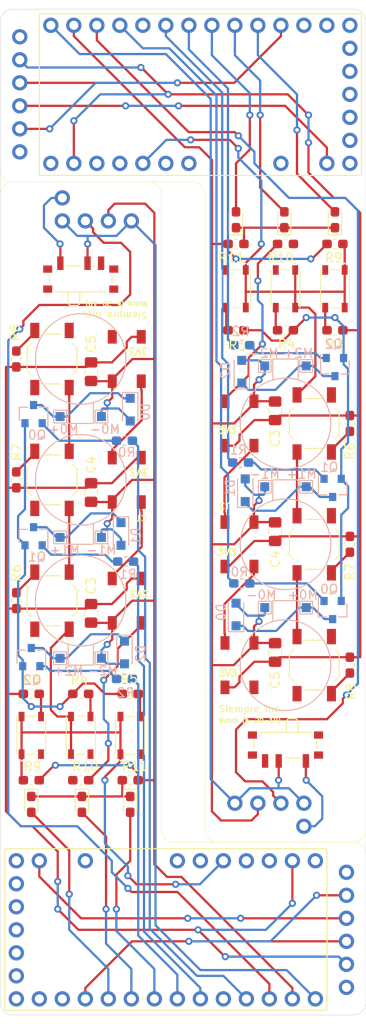
<source format=kicad_pcb>
(kicad_pcb (version 20171130) (host pcbnew "(5.1.0)-1")
  (layers (0 F.Cu signal) (31 B.Cu signal) (34 B.Paste user) (35 F.Paste user) (36 B.SilkS user) (37 F.SilkS user) (38 B.Mask user) (39 F.Mask user) (44 Edge.Cuts user))
  (net 0 "")
  (net 1 +3V3)
  (net 2 M0+)
  (net 3 M1+)
  (net 4 M2+)
  (net 5 "Net-(D3-Pad4)")
  (net 6 "Net-(D3-Pad2)")
  (net 7 "Net-(D4-Pad2)")
  (net 8 "Net-(D5-Pad2)")
  (net 9 "Net-(D-G1-Pad1)")
  (net 10 D2)
  (net 11 D0)
  (net 12 D1)
  (net 13 PWM0)
  (net 14 PWM1)
  (net 15 PWM2)
  (net 16 "Net-(R3-Pad1)")
  (net 17 "Net-(R4-Pad1)")
  (net 18 "Net-(R5-Pad1)")
  (net 19 "Net-(R6-Pad1)")
  (net 20 "Net-(R7-Pad1)")
  (net 21 "Net-(R8-Pad1)")
  (net 22 ANALOG0)
  (net 23 D3)
  (net 24 VBAT-IN)
  (net 25 VBAT)
  (net 26 GND)
  (net 27 "Net-(Q0-Pad1)")
  (net 28 "Net-(Q1-Pad1)")
  (net 29 "Net-(Q2-Pad1)")
  (module LED_SMD:LED_WS2812B_PLCC4_5.0x5.0mm_P3.2mm (layer F.Cu) (at 200.279 121.285 90)
    (fp_text reference D5 hide)
    (fp_text value WS2812B hide)
    (pad 3 smd rect (at 2.45 1.6 90) (size 1.5 1) (layers F.Cu F.Paste F.Mask) (net 26 GND))
    (pad 4 smd rect (at 2.45 -1.6 90) (size 1.5 1) (layers F.Cu F.Paste F.Mask) (net 7 "Net-(D4-Pad2)"))
    (pad 2 smd rect (at -2.45 1.6 90) (size 1.5 1) (layers F.Cu F.Paste F.Mask) (net 8 "Net-(D5-Pad2)"))
    (pad 1 smd rect (at -2.45 -1.6 90) (size 1.5 1) (layers F.Cu F.Paste F.Mask) (net 1 +3V3))
  )
  (module LED_SMD:LED_WS2812B_PLCC4_5.0x5.0mm_P3.2mm (layer F.Cu) (at 200.279 107.95 90)
    (fp_text reference D4 hide)
    (fp_text value WS2812B hide)
    (pad 1 smd rect (at -2.45 -1.6 90) (size 1.5 1) (layers F.Cu F.Paste F.Mask) (net 1 +3V3))
    (pad 2 smd rect (at -2.45 1.6 90) (size 1.5 1) (layers F.Cu F.Paste F.Mask) (net 7 "Net-(D4-Pad2)"))
    (pad 4 smd rect (at 2.45 -1.6 90) (size 1.5 1) (layers F.Cu F.Paste F.Mask) (net 6 "Net-(D3-Pad2)"))
    (pad 3 smd rect (at 2.45 1.6 90) (size 1.5 1) (layers F.Cu F.Paste F.Mask) (net 26 GND))
  )
  (module LED_SMD:LED_WS2812B_PLCC4_5.0x5.0mm_P3.2mm (layer F.Cu) (at 200.279 94.615 90)
    (fp_text reference D3 hide)
    (fp_text value WS2812B hide)
    (pad 3 smd rect (at 2.45 1.6 90) (size 1.5 1) (layers F.Cu F.Paste F.Mask) (net 26 GND))
    (pad 4 smd rect (at 2.45 -1.6 90) (size 1.5 1) (layers F.Cu F.Paste F.Mask) (net 5 "Net-(D3-Pad4)"))
    (pad 2 smd rect (at -2.45 1.6 90) (size 1.5 1) (layers F.Cu F.Paste F.Mask) (net 6 "Net-(D3-Pad2)"))
    (pad 1 smd rect (at -2.45 -1.6 90) (size 1.5 1) (layers F.Cu F.Paste F.Mask) (net 1 +3V3))
  )
  (module "Custom Parts:ItsyBitsyBackpack-Mount" (layer F.Cu) (at 199.771 136.525 90)
    (fp_text reference " " hide)
    (fp_text value ItsyBitsyBackpack-Mount hide)
    (pad 1 thru_hole circle (at 0 0 90) (size 1.7 1.7) (drill 1) (layers *.Cu *.Mask) (net 25 VBAT))
    (pad 2 thru_hole oval (at 0 2.54 90) (size 1.7 1.7) (drill 1) (layers *.Cu *.Mask) (net 26 GND))
    (pad 3 thru_hole oval (at 0 5.08 90) (size 1.7 1.7) (drill 1) (layers *.Cu *.Mask))
    (pad 4 thru_hole oval (at 0 7.62 90) (size 1.7 1.7) (drill 1) (layers *.Cu *.Mask) (net 25 VBAT))
    (pad 5 thru_hole oval (at -2.54 7.62 90) (size 1.7 1.7) (drill 1) (layers *.Cu *.Mask) (net 24 VBAT-IN))
  )
  (module "Custom Parts:ItsyBitsy" (layer F.Cu) (at 212.471 48.133)
    (fp_text reference " " hide)
    (fp_text value ItsyBitsy)
    (pad 33 thru_hole oval (at -33.02 17.78) (size 1.7 1.7) (drill 1) (layers *.Cu *.Mask))
    (pad 32 thru_hole oval (at -30.48 17.78) (size 1.7 1.7) (drill 1) (layers *.Cu *.Mask) (net 1 +3V3))
    (pad 1 thru_hole oval (at -33.02 2.54) (size 1.7 1.7) (drill 1) (layers *.Cu *.Mask) (net 25 VBAT))
    (pad 2 thru_hole oval (at -30.48 2.54) (size 1.7 1.7) (drill 1) (layers *.Cu *.Mask) (net 26 GND))
    (pad 3 thru_hole oval (at -27.94 2.54) (size 1.7 1.7) (drill 1) (layers *.Cu *.Mask))
    (pad 13 thru_hole oval (at -25.4 2.54) (size 1.7 1.7) (drill 1) (layers *.Cu *.Mask) (net 13 PWM0))
    (pad 12 thru_hole oval (at -22.86 2.54) (size 1.7 1.7) (drill 1) (layers *.Cu *.Mask))
    (pad 11 thru_hole oval (at -20.32 2.54) (size 1.7 1.7) (drill 1) (layers *.Cu *.Mask) (net 14 PWM1))
    (pad 31 thru_hole oval (at -27.94 17.78) (size 1.7 1.7) (drill 1) (layers *.Cu *.Mask))
    (pad 30 thru_hole oval (at -25.4 17.78) (size 1.7 1.7) (drill 1) (layers *.Cu *.Mask))
    (pad 29 thru_hole oval (at -22.86 17.78) (size 1.7 1.7) (drill 1) (layers *.Cu *.Mask) (net 22 ANALOG0))
    (pad A1 thru_hole oval (at -20.32 17.78) (size 1.7 1.7) (drill 1) (layers *.Cu *.Mask))
    (pad A2 thru_hole oval (at -17.78 17.78) (size 1.7 1.7) (drill 1) (layers *.Cu *.Mask))
    (pad SCK thru_hole oval (at -7.62 17.78) (size 1.7 1.7) (drill 1) (layers *.Cu *.Mask))
    (pad MISO thru_hole oval (at -2.54 17.78) (size 1.7 1.7) (drill 1) (layers *.Cu *.Mask))
    (pad 20 thru_hole oval (at 0 17.78) (size 1.7 1.7) (drill 1) (layers *.Cu *.Mask) (net 26 GND))
    (pad 19 thru_hole oval (at 0 15.24) (size 1.7 1.7) (drill 1) (layers *.Cu *.Mask))
    (pad 18 thru_hole oval (at 0 12.7) (size 1.7 1.7) (drill 1) (layers *.Cu *.Mask) (net 26 GND))
    (pad 10 thru_hole oval (at -17.78 2.54) (size 1.7 1.7) (drill 1) (layers *.Cu *.Mask) (net 15 PWM2))
    (pad 9 thru_hole oval (at -15.24 2.54) (size 1.7 1.7) (drill 1) (layers *.Cu *.Mask) (net 10 D2))
    (pad 7 thru_hole oval (at -12.7 2.54) (size 1.7 1.7) (drill 1) (layers *.Cu *.Mask) (net 12 D1))
    (pad 5 thru_hole oval (at -10.16 2.54) (size 1.7 1.7) (drill 1) (layers *.Cu *.Mask) (net 11 D0))
    (pad 3 thru_hole oval (at -7.62 2.54) (size 1.7 1.7) (drill 1) (layers *.Cu *.Mask))
    (pad 2 thru_hole oval (at -5.08 2.54) (size 1.7 1.7) (drill 1) (layers *.Cu *.Mask))
    (pad 1 thru_hole oval (at -2.54 2.54) (size 1.7 1.7) (drill 1) (layers *.Cu *.Mask))
    (pad 0 thru_hole oval (at 0 2.54) (size 1.7 1.7) (drill 1) (layers *.Cu *.Mask))
    (pad 4 thru_hole oval (at 0 5.08) (size 1.7 1.7) (drill 1) (layers *.Cu *.Mask))
    (pad 6 thru_hole oval (at 0 7.62) (size 1.7 1.7) (drill 1) (layers *.Cu *.Mask))
    (pad 8 thru_hole oval (at 0 10.16) (size 1.7 1.7) (drill 1) (layers *.Cu *.Mask))
  )
  (module Connector_PinHeader_2.54mm:PinHeader_1x06_P2.54mm_Vertical (layer F.Cu) (at 176.022 51.943)
    (fp_text reference " " hide)
    (fp_text value " " hide)
    (pad 6 thru_hole oval (at 0 12.7) (size 1.7 1.7) (drill 1) (layers *.Cu *.Mask))
    (pad 5 thru_hole oval (at 0 10.16) (size 1.7 1.7) (drill 1) (layers *.Cu *.Mask))
    (pad 4 thru_hole oval (at 0 7.62) (size 1.7 1.7) (drill 1) (layers *.Cu *.Mask))
    (pad 3 thru_hole oval (at 0 5.08) (size 1.7 1.7) (drill 1) (layers *.Cu *.Mask) (net 26 GND))
    (pad 2 thru_hole oval (at 0 2.54) (size 1.7 1.7) (drill 1) (layers *.Cu *.Mask) (net 1 +3V3))
    (pad 1 thru_hole circle (at 0 0) (size 1.7 1.7) (drill 1) (layers *.Cu *.Mask))
  )
  (module SamacSys_Parts:SKRPADE010 (layer F.Cu) (at 199.898 79.629 270)
    (fp_text reference SW-G1 hide)
    (fp_text value SW_Push hide)
    (pad 1 smd rect (at -1.95 -1.075) (size 0.65 1.05) (layers F.Cu F.Paste F.Mask) (net 22 ANALOG0))
    (pad 1 smd rect (at 2.2 -1.075) (size 0.65 1.05) (layers F.Cu F.Paste F.Mask) (net 22 ANALOG0))
    (pad 2 smd rect (at -1.95 1.075) (size 0.65 1.05) (layers F.Cu F.Paste F.Mask) (net 18 "Net-(R5-Pad1)"))
    (pad 2 smd rect (at 2.2 1.075) (size 0.65 1.05) (layers F.Cu F.Paste F.Mask) (net 18 "Net-(R5-Pad1)"))
  )
  (module SamacSys_Parts:SKRPADE010 (layer F.Cu) (at 205.359 79.629 270)
    (fp_text reference SW-Y1 hide)
    (fp_text value SW_Push hide)
    (pad 2 smd rect (at 2.2 1.075) (size 0.65 1.05) (layers F.Cu F.Paste F.Mask) (net 17 "Net-(R4-Pad1)"))
    (pad 2 smd rect (at -1.95 1.075) (size 0.65 1.05) (layers F.Cu F.Paste F.Mask) (net 17 "Net-(R4-Pad1)"))
    (pad 1 smd rect (at 2.2 -1.075) (size 0.65 1.05) (layers F.Cu F.Paste F.Mask) (net 22 ANALOG0))
    (pad 1 smd rect (at -1.95 -1.075) (size 0.65 1.05) (layers F.Cu F.Paste F.Mask) (net 22 ANALOG0))
  )
  (module SamacSys_Parts:SKRPADE010 (layer F.Cu) (at 210.82 79.629 270)
    (fp_text reference SW-R1 hide)
    (fp_text value SW_Push hide)
    (pad 1 smd rect (at -1.95 -1.075) (size 0.65 1.05) (layers F.Cu F.Paste F.Mask) (net 22 ANALOG0))
    (pad 1 smd rect (at 2.2 -1.075) (size 0.65 1.05) (layers F.Cu F.Paste F.Mask) (net 22 ANALOG0))
    (pad 2 smd rect (at -1.95 1.075) (size 0.65 1.05) (layers F.Cu F.Paste F.Mask) (net 16 "Net-(R3-Pad1)"))
    (pad 2 smd rect (at 2.2 1.075) (size 0.65 1.05) (layers F.Cu F.Paste F.Mask) (net 16 "Net-(R3-Pad1)"))
  )
  (module TestPoint:TestPoint_Pad_1.0x1.0mm (layer B.Cu) (at 203.073 101.6)
    (fp_text reference M1- (at 0 -1.397) (layer B.SilkS) (effects (justify mirror)))
    (fp_text value M1-)
    (pad 4 smd rect (at 0 0) (size 1 1) (layers B.Cu B.Mask) (net 26 GND))
  )
  (module TestPoint:TestPoint_Pad_1.0x1.0mm (layer B.Cu) (at 203.073 88.265 90)
    (fp_text reference M2- (at 1.397 -0.127 180) (layer B.SilkS) (effects (justify mirror)))
    (fp_text value M2-)
    (pad 6 smd rect (at 0 0 90) (size 1 1) (layers B.Cu B.Mask) (net 26 GND))
  )
  (module TestPoint:TestPoint_Pad_1.0x1.0mm (layer B.Cu) (at 203.073 114.935)
    (fp_text reference M0- (at -0.381 -1.397) (layer B.SilkS) (effects (justify mirror)))
    (fp_text value M0-)
    (pad 2 smd rect (at 0 0) (size 1 1) (layers B.Cu B.Mask) (net 26 GND))
  )
  (module TestPoint:TestPoint_Pad_1.0x1.0mm (layer B.Cu) (at 207.645 88.265 90)
    (fp_text reference M2+ (at 1.397 -0.889 180) (layer B.SilkS) (effects (justify mirror)))
    (fp_text value M2+)
    (pad 5 smd rect (at 0 0 90) (size 1 1) (layers B.Cu B.Mask) (net 4 M2+))
  )
  (module TestPoint:TestPoint_Pad_1.0x1.0mm (layer B.Cu) (at 207.645 101.6)
    (fp_text reference M1+ (at -0.508 -1.397) (layer B.SilkS) (effects (justify mirror)))
    (fp_text value M1+)
    (pad 3 smd rect (at 0 0) (size 1 1) (layers B.Cu B.Mask) (net 3 M1+))
  )
  (module TestPoint:TestPoint_Pad_1.0x1.0mm (layer B.Cu) (at 207.645 114.935)
    (fp_text reference M0+ (at -0.381 -1.397) (layer B.SilkS) (effects (justify mirror)))
    (fp_text value M0+)
    (pad 1 smd rect (at 0 0) (size 1 1) (layers B.Cu B.Mask) (net 2 M0+))
  )
  (module Capacitor_SMD:C_0805_2012Metric_Pad1.15x1.40mm_HandSolder (layer F.Cu) (at 204.216 93.218 90)
    (fp_text reference C3 (at -3.048 0 90) (layer F.SilkS))
    (fp_text value "1 uF")
    (pad 1 smd roundrect (at -1.025 0 90) (size 1.15 1.4) (layers F.Cu F.Paste F.Mask) (roundrect_rratio 0.217391) (net 1 +3V3))
    (pad 2 smd roundrect (at 1.025 0 90) (size 1.15 1.4) (layers F.Cu F.Paste F.Mask) (roundrect_rratio 0.217391) (net 26 GND))
  )
  (module Capacitor_SMD:C_0805_2012Metric_Pad1.15x1.40mm_HandSolder (layer F.Cu) (at 204.216 106.553 90)
    (fp_text reference C4 (at -3.048 0 90) (layer F.SilkS))
    (fp_text value "1 uF")
    (pad 1 smd roundrect (at -1.025 0 90) (size 1.15 1.4) (layers F.Cu F.Paste F.Mask) (roundrect_rratio 0.217391) (net 1 +3V3))
    (pad 2 smd roundrect (at 1.025 0 90) (size 1.15 1.4) (layers F.Cu F.Paste F.Mask) (roundrect_rratio 0.217391) (net 26 GND))
  )
  (module Capacitor_SMD:C_0805_2012Metric_Pad1.15x1.40mm_HandSolder (layer F.Cu) (at 204.216 119.888 90)
    (fp_text reference C5 (at -3.048 0 90) (layer F.SilkS))
    (fp_text value "1 uF")
    (pad 2 smd roundrect (at 1.025 0 90) (size 1.15 1.4) (layers F.Cu F.Paste F.Mask) (roundrect_rratio 0.217391) (net 26 GND))
    (pad 1 smd roundrect (at -1.025 0 90) (size 1.15 1.4) (layers F.Cu F.Paste F.Mask) (roundrect_rratio 0.217391) (net 1 +3V3))
  )
  (module Diode_SMD:D_SOD-323_HandSoldering (layer B.Cu) (at 199.898 115.697 90)
    (fp_text reference D0 (at 0.254 -1.651 90) (layer B.SilkS) (effects (justify mirror)))
    (fp_text value D)
    (pad 1 smd rect (at -1.25 0 90) (size 1 1) (layers B.Cu B.Paste B.Mask) (net 2 M0+))
    (pad 2 smd rect (at 1.25 0 90) (size 1 1) (layers B.Cu B.Paste B.Mask) (net 26 GND))
  )
  (module Diode_SMD:D_SOD-323_HandSoldering (layer B.Cu) (at 200.914 101.981 90)
    (fp_text reference D1 (at 0.254 -1.651 90) (layer B.SilkS) (effects (justify mirror)))
    (fp_text value D)
    (pad 1 smd rect (at -1.25 0 90) (size 1 1) (layers B.Cu B.Paste B.Mask) (net 3 M1+))
    (pad 2 smd rect (at 1.25 0 90) (size 1 1) (layers B.Cu B.Paste B.Mask) (net 26 GND))
  )
  (module Diode_SMD:D_SOD-323_HandSoldering (layer B.Cu) (at 200.533 88.9 90)
    (fp_text reference D2 (at 0.127 -1.778 90) (layer B.SilkS) (effects (justify mirror)))
    (fp_text value D)
    (pad 2 smd rect (at 1.25 0 90) (size 1 1) (layers B.Cu B.Paste B.Mask) (net 26 GND))
    (pad 1 smd rect (at -1.25 0 90) (size 1 1) (layers B.Cu B.Paste B.Mask) (net 4 M2+))
  )
  (module LED_SMD:LED_0603_1608Metric_Pad1.05x0.95mm_HandSolder (layer F.Cu) (at 199.898 72.136 90)
    (fp_text reference D-G1 hide)
    (fp_text value LED)
    (pad 1 smd roundrect (at -0.875 0 90) (size 1.05 0.95) (layers F.Cu F.Paste F.Mask) (net 9 "Net-(D-G1-Pad1)"))
    (pad 2 smd roundrect (at 0.875 0 90) (size 1.05 0.95) (layers F.Cu F.Paste F.Mask) (net 10 D2))
  )
  (module LED_SMD:LED_0603_1608Metric_Pad1.05x0.95mm_HandSolder (layer F.Cu) (at 210.82 72.136 90)
    (fp_text reference D-R1 hide)
    (fp_text value LED)
    (pad 1 smd roundrect (at -0.875 0 90) (size 1.05 0.95) (layers F.Cu F.Paste F.Mask) (net 9 "Net-(D-G1-Pad1)"))
    (pad 2 smd roundrect (at 0.875 0 90) (size 1.05 0.95) (layers F.Cu F.Paste F.Mask) (net 11 D0))
  )
  (module LED_SMD:LED_0603_1608Metric_Pad1.05x0.95mm_HandSolder (layer F.Cu) (at 205.232 72.136 90)
    (fp_text reference D-Y1 hide)
    (fp_text value LED)
    (pad 2 smd roundrect (at 0.875 0 90) (size 1.05 0.95) (layers F.Cu F.Paste F.Mask) (net 12 D1))
    (pad 1 smd roundrect (at -0.875 0 90) (size 1.05 0.95) (layers F.Cu F.Paste F.Mask) (net 9 "Net-(D-G1-Pad1)"))
  )
  (module Resistor_SMD:R_0603_1608Metric_Pad1.05x0.95mm_HandSolder (layer B.Cu) (at 200.533 112.268)
    (fp_text reference R0 (at -0.254 -1.27) (layer B.SilkS) (effects (justify mirror)))
    (fp_text value 270)
    (pad 2 smd roundrect (at 0.875 0) (size 1.05 0.95) (layers B.Cu B.Paste B.Mask) (net 27 "Net-(Q0-Pad1)"))
    (pad 1 smd roundrect (at -0.875 0) (size 1.05 0.95) (layers B.Cu B.Paste B.Mask) (net 13 PWM0))
  )
  (module Resistor_SMD:R_0603_1608Metric_Pad1.05x0.95mm_HandSolder (layer B.Cu) (at 200.406 98.933)
    (fp_text reference R1 (at -0.254 -1.397) (layer B.SilkS) (effects (justify mirror)))
    (fp_text value 270)
    (pad 1 smd roundrect (at -0.875 0) (size 1.05 0.95) (layers B.Cu B.Paste B.Mask) (net 14 PWM1))
    (pad 2 smd roundrect (at 0.875 0) (size 1.05 0.95) (layers B.Cu B.Paste B.Mask) (net 28 "Net-(Q1-Pad1)"))
  )
  (module Resistor_SMD:R_0603_1608Metric_Pad1.05x0.95mm_HandSolder (layer B.Cu) (at 200.533 85.979)
    (fp_text reference R2 (at -0.127 -1.524) (layer B.SilkS) (effects (justify mirror)))
    (fp_text value 270)
    (pad 2 smd roundrect (at 0.875 0) (size 1.05 0.95) (layers B.Cu B.Paste B.Mask) (net 29 "Net-(Q2-Pad1)"))
    (pad 1 smd roundrect (at -0.875 0) (size 1.05 0.95) (layers B.Cu B.Paste B.Mask) (net 15 PWM2))
  )
  (module Resistor_SMD:R_0603_1608Metric_Pad1.05x0.95mm_HandSolder (layer F.Cu) (at 210.82 84.328)
    (fp_text reference R3 (at 0 1.524) (layer F.SilkS))
    (fp_text value 33k)
    (pad 2 smd roundrect (at 0.875 0) (size 1.05 0.95) (layers F.Cu F.Paste F.Mask) (net 1 +3V3))
    (pad 1 smd roundrect (at -0.875 0) (size 1.05 0.95) (layers F.Cu F.Paste F.Mask) (net 16 "Net-(R3-Pad1)"))
  )
  (module Resistor_SMD:R_0603_1608Metric_Pad1.05x0.95mm_HandSolder (layer F.Cu) (at 205.359 84.328)
    (fp_text reference R4 (at 0.127 1.524) (layer F.SilkS))
    (fp_text value 16k)
    (pad 1 smd roundrect (at -0.875 0) (size 1.05 0.95) (layers F.Cu F.Paste F.Mask) (net 17 "Net-(R4-Pad1)"))
    (pad 2 smd roundrect (at 0.875 0) (size 1.05 0.95) (layers F.Cu F.Paste F.Mask) (net 1 +3V3))
  )
  (module Resistor_SMD:R_0603_1608Metric_Pad1.05x0.95mm_HandSolder (layer F.Cu) (at 199.898 84.328)
    (fp_text reference R5 (at 0.127 1.651) (layer F.SilkS))
    (fp_text value 4.3k)
    (pad 1 smd roundrect (at -0.875 0) (size 1.05 0.95) (layers F.Cu F.Paste F.Mask) (net 18 "Net-(R5-Pad1)"))
    (pad 2 smd roundrect (at 0.875 0) (size 1.05 0.95) (layers F.Cu F.Paste F.Mask) (net 1 +3V3))
  )
  (module Resistor_SMD:R_0603_1608Metric_Pad1.05x0.95mm_HandSolder (layer F.Cu) (at 212.471 94.615 90)
    (fp_text reference R6 (at -3.048 0 90) (layer F.SilkS))
    (fp_text value 62k)
    (pad 2 smd roundrect (at 0.875 0 90) (size 1.05 0.95) (layers F.Cu F.Paste F.Mask) (net 1 +3V3))
    (pad 1 smd roundrect (at -0.875 0 90) (size 1.05 0.95) (layers F.Cu F.Paste F.Mask) (net 19 "Net-(R6-Pad1)"))
  )
  (module Resistor_SMD:R_0603_1608Metric_Pad1.05x0.95mm_HandSolder (layer F.Cu) (at 212.471 107.95 90)
    (fp_text reference R7 (at -3.048 0 90) (layer F.SilkS))
    (fp_text value 120k)
    (pad 1 smd roundrect (at -0.875 0 90) (size 1.05 0.95) (layers F.Cu F.Paste F.Mask) (net 20 "Net-(R7-Pad1)"))
    (pad 2 smd roundrect (at 0.875 0 90) (size 1.05 0.95) (layers F.Cu F.Paste F.Mask) (net 1 +3V3))
  )
  (module Resistor_SMD:R_0603_1608Metric_Pad1.05x0.95mm_HandSolder (layer F.Cu) (at 212.471 121.285 90)
    (fp_text reference R8 (at -2.921 0.127 90) (layer F.SilkS))
    (fp_text value 210k)
    (pad 1 smd roundrect (at -0.875 0 90) (size 1.05 0.95) (layers F.Cu F.Paste F.Mask) (net 21 "Net-(R8-Pad1)"))
    (pad 2 smd roundrect (at 0.875 0 90) (size 1.05 0.95) (layers F.Cu F.Paste F.Mask) (net 1 +3V3))
  )
  (module Resistor_SMD:R_0603_1608Metric_Pad1.05x0.95mm_HandSolder (layer F.Cu) (at 210.82 74.803 180)
    (fp_text reference R9 (at 0.127 -1.524 180) (layer F.SilkS))
    (fp_text value 43k)
    (pad 1 smd roundrect (at -0.875 0 180) (size 1.05 0.95) (layers F.Cu F.Paste F.Mask) (net 22 ANALOG0))
    (pad 2 smd roundrect (at 0.875 0 180) (size 1.05 0.95) (layers F.Cu F.Paste F.Mask) (net 26 GND))
  )
  (module Resistor_SMD:R_0603_1608Metric_Pad1.05x0.95mm_HandSolder (layer F.Cu) (at 205.359 74.803 180)
    (fp_text reference R10 (at 0.508 -1.524 180) (layer F.SilkS))
    (fp_text value 470)
    (pad 2 smd roundrect (at 0.875 0 180) (size 1.05 0.95) (layers F.Cu F.Paste F.Mask) (net 5 "Net-(D3-Pad4)"))
    (pad 1 smd roundrect (at -0.875 0 180) (size 1.05 0.95) (layers F.Cu F.Paste F.Mask) (net 23 D3))
  )
  (module Resistor_SMD:R_0603_1608Metric_Pad1.05x0.95mm_HandSolder (layer F.Cu) (at 199.898 74.803 180)
    (fp_text reference R11 (at 0.508 -1.524 180) (layer F.SilkS))
    (fp_text value 510)
    (pad 2 smd roundrect (at 0.875 0 180) (size 1.05 0.95) (layers F.Cu F.Paste F.Mask) (net 26 GND))
    (pad 1 smd roundrect (at -0.875 0 180) (size 1.05 0.95) (layers F.Cu F.Paste F.Mask) (net 9 "Net-(D-G1-Pad1)"))
  )
  (module Button_Switch_SMD:SW_SPST_TL3342 (layer F.Cu) (at 208.534 94.615 90)
    (fp_text reference SW-P1 hide)
    (fp_text value SW_Push hide)
    (pad 1 smd rect (at -3.15 -1.9 90) (size 1.7 1) (layers F.Cu F.Paste F.Mask) (net 22 ANALOG0))
    (pad 1 smd rect (at 3.15 -1.9 90) (size 1.7 1) (layers F.Cu F.Paste F.Mask) (net 22 ANALOG0))
    (pad 2 smd rect (at -3.15 1.9 90) (size 1.7 1) (layers F.Cu F.Paste F.Mask) (net 19 "Net-(R6-Pad1)"))
    (pad 2 smd rect (at 3.15 1.9 90) (size 1.7 1) (layers F.Cu F.Paste F.Mask) (net 19 "Net-(R6-Pad1)"))
  )
  (module Button_Switch_SMD:SW_SPST_TL3342 (layer F.Cu) (at 208.534 107.95 90)
    (fp_text reference SW-P2 hide)
    (fp_text value SW_Push hide)
    (pad 2 smd rect (at 3.15 1.9 90) (size 1.7 1) (layers F.Cu F.Paste F.Mask) (net 20 "Net-(R7-Pad1)"))
    (pad 2 smd rect (at -3.15 1.9 90) (size 1.7 1) (layers F.Cu F.Paste F.Mask) (net 20 "Net-(R7-Pad1)"))
    (pad 1 smd rect (at 3.15 -1.9 90) (size 1.7 1) (layers F.Cu F.Paste F.Mask) (net 22 ANALOG0))
    (pad 1 smd rect (at -3.15 -1.9 90) (size 1.7 1) (layers F.Cu F.Paste F.Mask) (net 22 ANALOG0))
  )
  (module Button_Switch_SMD:SW_SPST_TL3342 (layer F.Cu) (at 208.534 121.285 90)
    (fp_text reference SW-P3 hide)
    (fp_text value SW_Push hide)
    (pad 1 smd rect (at -3.15 -1.9 90) (size 1.7 1) (layers F.Cu F.Paste F.Mask) (net 22 ANALOG0))
    (pad 1 smd rect (at 3.15 -1.9 90) (size 1.7 1) (layers F.Cu F.Paste F.Mask) (net 22 ANALOG0))
    (pad 2 smd rect (at -3.15 1.9 90) (size 1.7 1) (layers F.Cu F.Paste F.Mask) (net 21 "Net-(R8-Pad1)"))
    (pad 2 smd rect (at 3.15 1.9 90) (size 1.7 1) (layers F.Cu F.Paste F.Mask) (net 21 "Net-(R8-Pad1)"))
  )
  (module Button_Switch_SMD:SW_SPDT_PCM12 (layer F.Cu) (at 205.359 130.429 180)
    (fp_text reference SW1 hide)
    (fp_text value SW_DIP_x01 hide)
    (pad "" np_thru_hole circle (at -1.5 0.33 180) (size 0.9 0.9) (drill 0.9) (layers *.Cu *.Mask))
    (pad "" np_thru_hole circle (at 1.5 0.33 180) (size 0.9 0.9) (drill 0.9) (layers *.Cu *.Mask))
    (pad 1 smd rect (at -2.25 -1.43 180) (size 0.7 1.5) (layers F.Cu F.Paste F.Mask) (net 24 VBAT-IN))
    (pad 2 smd rect (at 0.75 -1.43 180) (size 0.7 1.5) (layers F.Cu F.Paste F.Mask) (net 25 VBAT))
    (pad 3 smd rect (at 2.25 -1.43 180) (size 0.7 1.5) (layers F.Cu F.Paste F.Mask))
    (pad "" smd rect (at -3.65 1.43 180) (size 1 0.8) (layers F.Cu F.Paste F.Mask))
    (pad "" smd rect (at 3.65 1.43 180) (size 1 0.8) (layers F.Cu F.Paste F.Mask))
    (pad "" smd rect (at 3.65 -0.78 180) (size 1 0.8) (layers F.Cu F.Paste F.Mask))
    (pad "" smd rect (at -3.65 -0.78 180) (size 1 0.8) (layers F.Cu F.Paste F.Mask))
  )
  (module Package_TO_SOT_SMD:SOT-23 (layer B.Cu) (at 210.566 115.205 270)
    (fp_text reference Q0 (at -2.302 0.381) (layer B.SilkS) (effects (justify mirror)))
    (fp_text value Q_PNP_BEC)
    (pad 1 smd rect (at -1 0.95 270) (size 0.9 0.8) (layers B.Cu B.Paste B.Mask) (net 27 "Net-(Q0-Pad1)"))
    (pad 2 smd rect (at -1 -0.95 270) (size 0.9 0.8) (layers B.Cu B.Paste B.Mask) (net 1 +3V3))
    (pad 3 smd rect (at 1 0 270) (size 0.9 0.8) (layers B.Cu B.Paste B.Mask) (net 2 M0+))
  )
  (module Package_TO_SOT_SMD:SOT-23 (layer B.Cu) (at 210.566 101.727 270)
    (fp_text reference Q1 (at -2.286 0.381) (layer B.SilkS) (effects (justify mirror)))
    (fp_text value Q_PNP_BEC)
    (pad 3 smd rect (at 1 0 270) (size 0.9 0.8) (layers B.Cu B.Paste B.Mask) (net 3 M1+))
    (pad 2 smd rect (at -1 -0.95 270) (size 0.9 0.8) (layers B.Cu B.Paste B.Mask) (net 1 +3V3))
    (pad 1 smd rect (at -1 0.95 270) (size 0.9 0.8) (layers B.Cu B.Paste B.Mask) (net 28 "Net-(Q1-Pad1)"))
  )
  (module Package_TO_SOT_SMD:SOT-23 (layer B.Cu) (at 210.82 88.392 270)
    (fp_text reference Q2 (at -2.54 0.127) (layer B.SilkS) (effects (justify mirror)))
    (fp_text value Q_PNP_BEC)
    (pad 1 smd rect (at -1 0.95 270) (size 0.9 0.8) (layers B.Cu B.Paste B.Mask) (net 29 "Net-(Q2-Pad1)"))
    (pad 2 smd rect (at -1 -0.95 270) (size 0.9 0.8) (layers B.Cu B.Paste B.Mask) (net 1 +3V3))
    (pad 3 smd rect (at 1 0 270) (size 0.9 0.8) (layers B.Cu B.Paste B.Mask) (net 4 M2+))
  )
  (module LED_SMD:LED_WS2812B_PLCC4_5.0x5.0mm_P3.2mm (layer F.Cu) (at 187.833 87.503 270)
    (fp_text reference D5 hide)
    (fp_text value WS2812B hide)
    (pad 3 smd rect (at 2.45 1.6 270) (size 1.5 1) (layers F.Cu F.Paste F.Mask) (net 26 GND))
    (pad 4 smd rect (at 2.45 -1.6 270) (size 1.5 1) (layers F.Cu F.Paste F.Mask) (net 7 "Net-(D4-Pad2)"))
    (pad 2 smd rect (at -2.45 1.6 270) (size 1.5 1) (layers F.Cu F.Paste F.Mask) (net 8 "Net-(D5-Pad2)"))
    (pad 1 smd rect (at -2.45 -1.6 270) (size 1.5 1) (layers F.Cu F.Paste F.Mask) (net 1 +3V3))
  )
  (module LED_SMD:LED_WS2812B_PLCC4_5.0x5.0mm_P3.2mm (layer F.Cu) (at 187.833 100.838 270)
    (fp_text reference D4 hide)
    (fp_text value WS2812B hide)
    (pad 1 smd rect (at -2.45 -1.6 270) (size 1.5 1) (layers F.Cu F.Paste F.Mask) (net 1 +3V3))
    (pad 2 smd rect (at -2.45 1.6 270) (size 1.5 1) (layers F.Cu F.Paste F.Mask) (net 7 "Net-(D4-Pad2)"))
    (pad 4 smd rect (at 2.45 -1.6 270) (size 1.5 1) (layers F.Cu F.Paste F.Mask) (net 6 "Net-(D3-Pad2)"))
    (pad 3 smd rect (at 2.45 1.6 270) (size 1.5 1) (layers F.Cu F.Paste F.Mask) (net 26 GND))
  )
  (module LED_SMD:LED_WS2812B_PLCC4_5.0x5.0mm_P3.2mm (layer F.Cu) (at 187.833 114.173 270)
    (fp_text reference D3 hide)
    (fp_text value WS2812B hide)
    (pad 3 smd rect (at 2.45 1.6 270) (size 1.5 1) (layers F.Cu F.Paste F.Mask) (net 26 GND))
    (pad 4 smd rect (at 2.45 -1.6 270) (size 1.5 1) (layers F.Cu F.Paste F.Mask) (net 5 "Net-(D3-Pad4)"))
    (pad 2 smd rect (at -2.45 1.6 270) (size 1.5 1) (layers F.Cu F.Paste F.Mask) (net 6 "Net-(D3-Pad2)"))
    (pad 1 smd rect (at -2.45 -1.6 270) (size 1.5 1) (layers F.Cu F.Paste F.Mask) (net 1 +3V3))
  )
  (module "Custom Parts:ItsyBitsyBackpack-Mount" (layer F.Cu) (at 188.341 72.263 270)
    (fp_text reference " " hide)
    (fp_text value ItsyBitsyBackpack-Mount hide)
    (pad 1 thru_hole circle (at 0 0 270) (size 1.7 1.7) (drill 1) (layers *.Cu *.Mask) (net 25 VBAT))
    (pad 2 thru_hole oval (at 0 2.54 270) (size 1.7 1.7) (drill 1) (layers *.Cu *.Mask) (net 26 GND))
    (pad 3 thru_hole oval (at 0 5.08 270) (size 1.7 1.7) (drill 1) (layers *.Cu *.Mask))
    (pad 4 thru_hole oval (at 0 7.62 270) (size 1.7 1.7) (drill 1) (layers *.Cu *.Mask) (net 25 VBAT))
    (pad 5 thru_hole oval (at -2.54 7.62 270) (size 1.7 1.7) (drill 1) (layers *.Cu *.Mask) (net 24 VBAT-IN))
  )
  (module "Custom Parts:ItsyBitsy" (layer F.Cu) (at 175.641 160.655 180)
    (fp_text reference " " hide)
    (fp_text value ItsyBitsy)
    (pad 33 thru_hole oval (at -33.02 17.78 180) (size 1.7 1.7) (drill 1) (layers *.Cu *.Mask))
    (pad 32 thru_hole oval (at -30.48 17.78 180) (size 1.7 1.7) (drill 1) (layers *.Cu *.Mask) (net 1 +3V3))
    (pad 1 thru_hole oval (at -33.02 2.54 180) (size 1.7 1.7) (drill 1) (layers *.Cu *.Mask) (net 25 VBAT))
    (pad 2 thru_hole oval (at -30.48 2.54 180) (size 1.7 1.7) (drill 1) (layers *.Cu *.Mask) (net 26 GND))
    (pad 3 thru_hole oval (at -27.94 2.54 180) (size 1.7 1.7) (drill 1) (layers *.Cu *.Mask))
    (pad 13 thru_hole oval (at -25.4 2.54 180) (size 1.7 1.7) (drill 1) (layers *.Cu *.Mask) (net 13 PWM0))
    (pad 12 thru_hole oval (at -22.86 2.54 180) (size 1.7 1.7) (drill 1) (layers *.Cu *.Mask))
    (pad 11 thru_hole oval (at -20.32 2.54 180) (size 1.7 1.7) (drill 1) (layers *.Cu *.Mask) (net 14 PWM1))
    (pad 31 thru_hole oval (at -27.94 17.78 180) (size 1.7 1.7) (drill 1) (layers *.Cu *.Mask))
    (pad 30 thru_hole oval (at -25.4 17.78 180) (size 1.7 1.7) (drill 1) (layers *.Cu *.Mask))
    (pad 29 thru_hole oval (at -22.86 17.78 180) (size 1.7 1.7) (drill 1) (layers *.Cu *.Mask) (net 22 ANALOG0))
    (pad A1 thru_hole oval (at -20.32 17.78 180) (size 1.7 1.7) (drill 1) (layers *.Cu *.Mask))
    (pad A2 thru_hole oval (at -17.78 17.78 180) (size 1.7 1.7) (drill 1) (layers *.Cu *.Mask))
    (pad SCK thru_hole oval (at -7.62 17.78 180) (size 1.7 1.7) (drill 1) (layers *.Cu *.Mask))
    (pad MISO thru_hole oval (at -2.54 17.78 180) (size 1.7 1.7) (drill 1) (layers *.Cu *.Mask))
    (pad 20 thru_hole oval (at 0 17.78 180) (size 1.7 1.7) (drill 1) (layers *.Cu *.Mask) (net 26 GND))
    (pad 19 thru_hole oval (at 0 15.24 180) (size 1.7 1.7) (drill 1) (layers *.Cu *.Mask))
    (pad 18 thru_hole oval (at 0 12.7 180) (size 1.7 1.7) (drill 1) (layers *.Cu *.Mask) (net 26 GND))
    (pad 10 thru_hole oval (at -17.78 2.54 180) (size 1.7 1.7) (drill 1) (layers *.Cu *.Mask) (net 15 PWM2))
    (pad 9 thru_hole oval (at -15.24 2.54 180) (size 1.7 1.7) (drill 1) (layers *.Cu *.Mask) (net 10 D2))
    (pad 7 thru_hole oval (at -12.7 2.54 180) (size 1.7 1.7) (drill 1) (layers *.Cu *.Mask) (net 12 D1))
    (pad 5 thru_hole oval (at -10.16 2.54 180) (size 1.7 1.7) (drill 1) (layers *.Cu *.Mask) (net 11 D0))
    (pad 3 thru_hole oval (at -7.62 2.54 180) (size 1.7 1.7) (drill 1) (layers *.Cu *.Mask))
    (pad 2 thru_hole oval (at -5.08 2.54 180) (size 1.7 1.7) (drill 1) (layers *.Cu *.Mask))
    (pad 1 thru_hole oval (at -2.54 2.54 180) (size 1.7 1.7) (drill 1) (layers *.Cu *.Mask))
    (pad 0 thru_hole oval (at 0 2.54 180) (size 1.7 1.7) (drill 1) (layers *.Cu *.Mask))
    (pad 4 thru_hole oval (at 0 5.08 180) (size 1.7 1.7) (drill 1) (layers *.Cu *.Mask))
    (pad 6 thru_hole oval (at 0 7.62 180) (size 1.7 1.7) (drill 1) (layers *.Cu *.Mask))
    (pad 8 thru_hole oval (at 0 10.16 180) (size 1.7 1.7) (drill 1) (layers *.Cu *.Mask))
  )
  (module Connector_PinHeader_2.54mm:PinHeader_1x06_P2.54mm_Vertical (layer F.Cu) (at 212.09 156.845 180)
    (fp_text reference " " hide)
    (fp_text value " " hide)
    (pad 6 thru_hole oval (at 0 12.7 180) (size 1.7 1.7) (drill 1) (layers *.Cu *.Mask))
    (pad 5 thru_hole oval (at 0 10.16 180) (size 1.7 1.7) (drill 1) (layers *.Cu *.Mask))
    (pad 4 thru_hole oval (at 0 7.62 180) (size 1.7 1.7) (drill 1) (layers *.Cu *.Mask))
    (pad 3 thru_hole oval (at 0 5.08 180) (size 1.7 1.7) (drill 1) (layers *.Cu *.Mask) (net 26 GND))
    (pad 2 thru_hole oval (at 0 2.54 180) (size 1.7 1.7) (drill 1) (layers *.Cu *.Mask) (net 1 +3V3))
    (pad 1 thru_hole circle (at 0 0 180) (size 1.7 1.7) (drill 1) (layers *.Cu *.Mask))
  )
  (module SamacSys_Parts:SKRPADE010 (layer F.Cu) (at 188.214 129.159 90)
    (fp_text reference SW-G1 hide)
    (fp_text value SW_Push hide)
    (pad 1 smd rect (at -1.95 -1.075 180) (size 0.65 1.05) (layers F.Cu F.Paste F.Mask) (net 22 ANALOG0))
    (pad 1 smd rect (at 2.2 -1.075 180) (size 0.65 1.05) (layers F.Cu F.Paste F.Mask) (net 22 ANALOG0))
    (pad 2 smd rect (at -1.95 1.075 180) (size 0.65 1.05) (layers F.Cu F.Paste F.Mask) (net 18 "Net-(R5-Pad1)"))
    (pad 2 smd rect (at 2.2 1.075 180) (size 0.65 1.05) (layers F.Cu F.Paste F.Mask) (net 18 "Net-(R5-Pad1)"))
  )
  (module SamacSys_Parts:SKRPADE010 (layer F.Cu) (at 182.753 129.159 90)
    (fp_text reference SW-Y1 hide)
    (fp_text value SW_Push hide)
    (pad 2 smd rect (at 2.2 1.075 180) (size 0.65 1.05) (layers F.Cu F.Paste F.Mask) (net 17 "Net-(R4-Pad1)"))
    (pad 2 smd rect (at -1.95 1.075 180) (size 0.65 1.05) (layers F.Cu F.Paste F.Mask) (net 17 "Net-(R4-Pad1)"))
    (pad 1 smd rect (at 2.2 -1.075 180) (size 0.65 1.05) (layers F.Cu F.Paste F.Mask) (net 22 ANALOG0))
    (pad 1 smd rect (at -1.95 -1.075 180) (size 0.65 1.05) (layers F.Cu F.Paste F.Mask) (net 22 ANALOG0))
  )
  (module SamacSys_Parts:SKRPADE010 (layer F.Cu) (at 177.292 129.159 90)
    (fp_text reference SW-R1 hide)
    (fp_text value SW_Push hide)
    (pad 1 smd rect (at -1.95 -1.075 180) (size 0.65 1.05) (layers F.Cu F.Paste F.Mask) (net 22 ANALOG0))
    (pad 1 smd rect (at 2.2 -1.075 180) (size 0.65 1.05) (layers F.Cu F.Paste F.Mask) (net 22 ANALOG0))
    (pad 2 smd rect (at -1.95 1.075 180) (size 0.65 1.05) (layers F.Cu F.Paste F.Mask) (net 16 "Net-(R3-Pad1)"))
    (pad 2 smd rect (at 2.2 1.075 180) (size 0.65 1.05) (layers F.Cu F.Paste F.Mask) (net 16 "Net-(R3-Pad1)"))
  )
  (module TestPoint:TestPoint_Pad_1.0x1.0mm (layer B.Cu) (at 185.039 107.188 180)
    (fp_text reference M1- (at 0 -1.397 180) (layer B.SilkS) (effects (justify mirror)))
    (fp_text value M1-)
    (pad 4 smd rect (at 0 0 180) (size 1 1) (layers B.Cu B.Mask) (net 26 GND))
  )
  (module TestPoint:TestPoint_Pad_1.0x1.0mm (layer B.Cu) (at 185.039 120.523 270)
    (fp_text reference M2- (at 1.397 -0.127) (layer B.SilkS) (effects (justify mirror)))
    (fp_text value M2-)
    (pad 6 smd rect (at 0 0 270) (size 1 1) (layers B.Cu B.Mask) (net 26 GND))
  )
  (module TestPoint:TestPoint_Pad_1.0x1.0mm (layer B.Cu) (at 185.039 93.853 180)
    (fp_text reference M0- (at -0.381 -1.397 180) (layer B.SilkS) (effects (justify mirror)))
    (fp_text value M0-)
    (pad 2 smd rect (at 0 0 180) (size 1 1) (layers B.Cu B.Mask) (net 26 GND))
  )
  (module TestPoint:TestPoint_Pad_1.0x1.0mm (layer B.Cu) (at 180.467 120.523 270)
    (fp_text reference M2+ (at 1.397 -0.889) (layer B.SilkS) (effects (justify mirror)))
    (fp_text value M2+)
    (pad 5 smd rect (at 0 0 270) (size 1 1) (layers B.Cu B.Mask) (net 4 M2+))
  )
  (module TestPoint:TestPoint_Pad_1.0x1.0mm (layer B.Cu) (at 180.467 107.188 180)
    (fp_text reference M1+ (at -0.508 -1.397 180) (layer B.SilkS) (effects (justify mirror)))
    (fp_text value M1+)
    (pad 3 smd rect (at 0 0 180) (size 1 1) (layers B.Cu B.Mask) (net 3 M1+))
  )
  (module TestPoint:TestPoint_Pad_1.0x1.0mm (layer B.Cu) (at 180.467 93.853 180)
    (fp_text reference M0+ (at -0.381 -1.397 180) (layer B.SilkS) (effects (justify mirror)))
    (fp_text value M0+)
    (pad 1 smd rect (at 0 0 180) (size 1 1) (layers B.Cu B.Mask) (net 2 M0+))
  )
  (module Capacitor_SMD:C_0805_2012Metric_Pad1.15x1.40mm_HandSolder (layer F.Cu) (at 183.896 115.57 270)
    (fp_text reference C3 (at -3.048 0 270) (layer F.SilkS))
    (fp_text value "1 uF")
    (pad 1 smd roundrect (at -1.025 0 270) (size 1.15 1.4) (layers F.Cu F.Paste F.Mask) (roundrect_rratio 0.217391) (net 1 +3V3))
    (pad 2 smd roundrect (at 1.025 0 270) (size 1.15 1.4) (layers F.Cu F.Paste F.Mask) (roundrect_rratio 0.217391) (net 26 GND))
  )
  (module Capacitor_SMD:C_0805_2012Metric_Pad1.15x1.40mm_HandSolder (layer F.Cu) (at 183.896 102.235 270)
    (fp_text reference C4 (at -3.048 0 270) (layer F.SilkS))
    (fp_text value "1 uF")
    (pad 1 smd roundrect (at -1.025 0 270) (size 1.15 1.4) (layers F.Cu F.Paste F.Mask) (roundrect_rratio 0.217391) (net 1 +3V3))
    (pad 2 smd roundrect (at 1.025 0 270) (size 1.15 1.4) (layers F.Cu F.Paste F.Mask) (roundrect_rratio 0.217391) (net 26 GND))
  )
  (module Capacitor_SMD:C_0805_2012Metric_Pad1.15x1.40mm_HandSolder (layer F.Cu) (at 183.896 88.9 270)
    (fp_text reference C5 (at -3.048 0 270) (layer F.SilkS))
    (fp_text value "1 uF")
    (pad 2 smd roundrect (at 1.025 0 270) (size 1.15 1.4) (layers F.Cu F.Paste F.Mask) (roundrect_rratio 0.217391) (net 26 GND))
    (pad 1 smd roundrect (at -1.025 0 270) (size 1.15 1.4) (layers F.Cu F.Paste F.Mask) (roundrect_rratio 0.217391) (net 1 +3V3))
  )
  (module Diode_SMD:D_SOD-323_HandSoldering (layer B.Cu) (at 188.214 93.091 270)
    (fp_text reference D0 (at 0.254 -1.651 270) (layer B.SilkS) (effects (justify mirror)))
    (fp_text value D)
    (pad 1 smd rect (at -1.25 0 270) (size 1 1) (layers B.Cu B.Paste B.Mask) (net 2 M0+))
    (pad 2 smd rect (at 1.25 0 270) (size 1 1) (layers B.Cu B.Paste B.Mask) (net 26 GND))
  )
  (module Diode_SMD:D_SOD-323_HandSoldering (layer B.Cu) (at 187.198 106.807 270)
    (fp_text reference D1 (at 0.254 -1.651 270) (layer B.SilkS) (effects (justify mirror)))
    (fp_text value D)
    (pad 1 smd rect (at -1.25 0 270) (size 1 1) (layers B.Cu B.Paste B.Mask) (net 3 M1+))
    (pad 2 smd rect (at 1.25 0 270) (size 1 1) (layers B.Cu B.Paste B.Mask) (net 26 GND))
  )
  (module Diode_SMD:D_SOD-323_HandSoldering (layer B.Cu) (at 187.579 119.888 270)
    (fp_text reference D2 (at 0.127 -1.778 270) (layer B.SilkS) (effects (justify mirror)))
    (fp_text value D)
    (pad 2 smd rect (at 1.25 0 270) (size 1 1) (layers B.Cu B.Paste B.Mask) (net 26 GND))
    (pad 1 smd rect (at -1.25 0 270) (size 1 1) (layers B.Cu B.Paste B.Mask) (net 4 M2+))
  )
  (module LED_SMD:LED_0603_1608Metric_Pad1.05x0.95mm_HandSolder (layer F.Cu) (at 188.214 136.652 270)
    (fp_text reference D-G1 hide)
    (fp_text value LED)
    (pad 1 smd roundrect (at -0.875 0 270) (size 1.05 0.95) (layers F.Cu F.Paste F.Mask) (net 9 "Net-(D-G1-Pad1)"))
    (pad 2 smd roundrect (at 0.875 0 270) (size 1.05 0.95) (layers F.Cu F.Paste F.Mask) (net 10 D2))
  )
  (module LED_SMD:LED_0603_1608Metric_Pad1.05x0.95mm_HandSolder (layer F.Cu) (at 177.292 136.652 270)
    (fp_text reference D-R1 hide)
    (fp_text value LED)
    (pad 1 smd roundrect (at -0.875 0 270) (size 1.05 0.95) (layers F.Cu F.Paste F.Mask) (net 9 "Net-(D-G1-Pad1)"))
    (pad 2 smd roundrect (at 0.875 0 270) (size 1.05 0.95) (layers F.Cu F.Paste F.Mask) (net 11 D0))
  )
  (module LED_SMD:LED_0603_1608Metric_Pad1.05x0.95mm_HandSolder (layer F.Cu) (at 182.88 136.652 270)
    (fp_text reference D-Y1 hide)
    (fp_text value LED)
    (pad 2 smd roundrect (at 0.875 0 270) (size 1.05 0.95) (layers F.Cu F.Paste F.Mask) (net 12 D1))
    (pad 1 smd roundrect (at -0.875 0 270) (size 1.05 0.95) (layers F.Cu F.Paste F.Mask) (net 9 "Net-(D-G1-Pad1)"))
  )
  (module Resistor_SMD:R_0603_1608Metric_Pad1.05x0.95mm_HandSolder (layer B.Cu) (at 187.579 96.52 180)
    (fp_text reference R0 (at -0.254 -1.27 180) (layer B.SilkS) (effects (justify mirror)))
    (fp_text value 270)
    (pad 2 smd roundrect (at 0.875 0 180) (size 1.05 0.95) (layers B.Cu B.Paste B.Mask) (net 27 "Net-(Q0-Pad1)"))
    (pad 1 smd roundrect (at -0.875 0 180) (size 1.05 0.95) (layers B.Cu B.Paste B.Mask) (net 13 PWM0))
  )
  (module Resistor_SMD:R_0603_1608Metric_Pad1.05x0.95mm_HandSolder (layer B.Cu) (at 187.706 109.855 180)
    (fp_text reference R1 (at -0.254 -1.397 180) (layer B.SilkS) (effects (justify mirror)))
    (fp_text value 270)
    (pad 1 smd roundrect (at -0.875 0 180) (size 1.05 0.95) (layers B.Cu B.Paste B.Mask) (net 14 PWM1))
    (pad 2 smd roundrect (at 0.875 0 180) (size 1.05 0.95) (layers B.Cu B.Paste B.Mask) (net 28 "Net-(Q1-Pad1)"))
  )
  (module Resistor_SMD:R_0603_1608Metric_Pad1.05x0.95mm_HandSolder (layer B.Cu) (at 187.579 122.809 180)
    (fp_text reference R2 (at -0.127 -1.524 180) (layer B.SilkS) (effects (justify mirror)))
    (fp_text value 270)
    (pad 2 smd roundrect (at 0.875 0 180) (size 1.05 0.95) (layers B.Cu B.Paste B.Mask) (net 29 "Net-(Q2-Pad1)"))
    (pad 1 smd roundrect (at -0.875 0 180) (size 1.05 0.95) (layers B.Cu B.Paste B.Mask) (net 15 PWM2))
  )
  (module Resistor_SMD:R_0603_1608Metric_Pad1.05x0.95mm_HandSolder (layer F.Cu) (at 177.292 124.46 180)
    (fp_text reference R3 (at 0 1.524 180) (layer F.SilkS))
    (fp_text value 33k)
    (pad 2 smd roundrect (at 0.875 0 180) (size 1.05 0.95) (layers F.Cu F.Paste F.Mask) (net 1 +3V3))
    (pad 1 smd roundrect (at -0.875 0 180) (size 1.05 0.95) (layers F.Cu F.Paste F.Mask) (net 16 "Net-(R3-Pad1)"))
  )
  (module Resistor_SMD:R_0603_1608Metric_Pad1.05x0.95mm_HandSolder (layer F.Cu) (at 182.753 124.46 180)
    (fp_text reference R4 (at 0.127 1.524 180) (layer F.SilkS))
    (fp_text value 16k)
    (pad 1 smd roundrect (at -0.875 0 180) (size 1.05 0.95) (layers F.Cu F.Paste F.Mask) (net 17 "Net-(R4-Pad1)"))
    (pad 2 smd roundrect (at 0.875 0 180) (size 1.05 0.95) (layers F.Cu F.Paste F.Mask) (net 1 +3V3))
  )
  (module Resistor_SMD:R_0603_1608Metric_Pad1.05x0.95mm_HandSolder (layer F.Cu) (at 188.214 124.46 180)
    (fp_text reference R5 (at 0.127 1.651 180) (layer F.SilkS))
    (fp_text value 4.3k)
    (pad 1 smd roundrect (at -0.875 0 180) (size 1.05 0.95) (layers F.Cu F.Paste F.Mask) (net 18 "Net-(R5-Pad1)"))
    (pad 2 smd roundrect (at 0.875 0 180) (size 1.05 0.95) (layers F.Cu F.Paste F.Mask) (net 1 +3V3))
  )
  (module Resistor_SMD:R_0603_1608Metric_Pad1.05x0.95mm_HandSolder (layer F.Cu) (at 175.641 114.173 270)
    (fp_text reference R6 (at -3.048 0 270) (layer F.SilkS))
    (fp_text value 62k)
    (pad 2 smd roundrect (at 0.875 0 270) (size 1.05 0.95) (layers F.Cu F.Paste F.Mask) (net 1 +3V3))
    (pad 1 smd roundrect (at -0.875 0 270) (size 1.05 0.95) (layers F.Cu F.Paste F.Mask) (net 19 "Net-(R6-Pad1)"))
  )
  (module Resistor_SMD:R_0603_1608Metric_Pad1.05x0.95mm_HandSolder (layer F.Cu) (at 175.641 100.838 270)
    (fp_text reference R7 (at -3.048 0 270) (layer F.SilkS))
    (fp_text value 120k)
    (pad 1 smd roundrect (at -0.875 0 270) (size 1.05 0.95) (layers F.Cu F.Paste F.Mask) (net 20 "Net-(R7-Pad1)"))
    (pad 2 smd roundrect (at 0.875 0 270) (size 1.05 0.95) (layers F.Cu F.Paste F.Mask) (net 1 +3V3))
  )
  (module Resistor_SMD:R_0603_1608Metric_Pad1.05x0.95mm_HandSolder (layer F.Cu) (at 175.641 87.503 270)
    (fp_text reference R8 (at -2.921 0.127 270) (layer F.SilkS))
    (fp_text value 210k)
    (pad 1 smd roundrect (at -0.875 0 270) (size 1.05 0.95) (layers F.Cu F.Paste F.Mask) (net 21 "Net-(R8-Pad1)"))
    (pad 2 smd roundrect (at 0.875 0 270) (size 1.05 0.95) (layers F.Cu F.Paste F.Mask) (net 1 +3V3))
  )
  (module Resistor_SMD:R_0603_1608Metric_Pad1.05x0.95mm_HandSolder (layer F.Cu) (at 177.292 133.985)
    (fp_text reference R9 (at 0.127 -1.524) (layer F.SilkS))
    (fp_text value 43k)
    (pad 1 smd roundrect (at -0.875 0) (size 1.05 0.95) (layers F.Cu F.Paste F.Mask) (net 22 ANALOG0))
    (pad 2 smd roundrect (at 0.875 0) (size 1.05 0.95) (layers F.Cu F.Paste F.Mask) (net 26 GND))
  )
  (module Resistor_SMD:R_0603_1608Metric_Pad1.05x0.95mm_HandSolder (layer F.Cu) (at 182.753 133.985)
    (fp_text reference R10 (at 0.508 -1.524) (layer F.SilkS))
    (fp_text value 470)
    (pad 2 smd roundrect (at 0.875 0) (size 1.05 0.95) (layers F.Cu F.Paste F.Mask) (net 5 "Net-(D3-Pad4)"))
    (pad 1 smd roundrect (at -0.875 0) (size 1.05 0.95) (layers F.Cu F.Paste F.Mask) (net 23 D3))
  )
  (module Resistor_SMD:R_0603_1608Metric_Pad1.05x0.95mm_HandSolder (layer F.Cu) (at 188.214 133.985)
    (fp_text reference R11 (at 0.508 -1.524) (layer F.SilkS))
    (fp_text value 510)
    (pad 2 smd roundrect (at 0.875 0) (size 1.05 0.95) (layers F.Cu F.Paste F.Mask) (net 26 GND))
    (pad 1 smd roundrect (at -0.875 0) (size 1.05 0.95) (layers F.Cu F.Paste F.Mask) (net 9 "Net-(D-G1-Pad1)"))
  )
  (module Button_Switch_SMD:SW_SPST_TL3342 (layer F.Cu) (at 179.578 114.173 270)
    (fp_text reference SW-P1 hide)
    (fp_text value SW_Push hide)
    (pad 1 smd rect (at -3.15 -1.9 270) (size 1.7 1) (layers F.Cu F.Paste F.Mask) (net 22 ANALOG0))
    (pad 1 smd rect (at 3.15 -1.9 270) (size 1.7 1) (layers F.Cu F.Paste F.Mask) (net 22 ANALOG0))
    (pad 2 smd rect (at -3.15 1.9 270) (size 1.7 1) (layers F.Cu F.Paste F.Mask) (net 19 "Net-(R6-Pad1)"))
    (pad 2 smd rect (at 3.15 1.9 270) (size 1.7 1) (layers F.Cu F.Paste F.Mask) (net 19 "Net-(R6-Pad1)"))
  )
  (module Button_Switch_SMD:SW_SPST_TL3342 (layer F.Cu) (at 179.578 100.838 270)
    (fp_text reference SW-P2 hide)
    (fp_text value SW_Push hide)
    (pad 2 smd rect (at 3.15 1.9 270) (size 1.7 1) (layers F.Cu F.Paste F.Mask) (net 20 "Net-(R7-Pad1)"))
    (pad 2 smd rect (at -3.15 1.9 270) (size 1.7 1) (layers F.Cu F.Paste F.Mask) (net 20 "Net-(R7-Pad1)"))
    (pad 1 smd rect (at 3.15 -1.9 270) (size 1.7 1) (layers F.Cu F.Paste F.Mask) (net 22 ANALOG0))
    (pad 1 smd rect (at -3.15 -1.9 270) (size 1.7 1) (layers F.Cu F.Paste F.Mask) (net 22 ANALOG0))
  )
  (module Button_Switch_SMD:SW_SPST_TL3342 (layer F.Cu) (at 179.578 87.503 270)
    (fp_text reference SW-P3 hide)
    (fp_text value SW_Push hide)
    (pad 1 smd rect (at -3.15 -1.9 270) (size 1.7 1) (layers F.Cu F.Paste F.Mask) (net 22 ANALOG0))
    (pad 1 smd rect (at 3.15 -1.9 270) (size 1.7 1) (layers F.Cu F.Paste F.Mask) (net 22 ANALOG0))
    (pad 2 smd rect (at -3.15 1.9 270) (size 1.7 1) (layers F.Cu F.Paste F.Mask) (net 21 "Net-(R8-Pad1)"))
    (pad 2 smd rect (at 3.15 1.9 270) (size 1.7 1) (layers F.Cu F.Paste F.Mask) (net 21 "Net-(R8-Pad1)"))
  )
  (module Button_Switch_SMD:SW_SPDT_PCM12 (layer F.Cu) (at 182.753 78.359)
    (fp_text reference SW1 hide)
    (fp_text value SW_DIP_x01 hide)
    (pad "" np_thru_hole circle (at -1.5 0.33) (size 0.9 0.9) (drill 0.9) (layers *.Cu *.Mask))
    (pad "" np_thru_hole circle (at 1.5 0.33) (size 0.9 0.9) (drill 0.9) (layers *.Cu *.Mask))
    (pad 1 smd rect (at -2.25 -1.43) (size 0.7 1.5) (layers F.Cu F.Paste F.Mask) (net 24 VBAT-IN))
    (pad 2 smd rect (at 0.75 -1.43) (size 0.7 1.5) (layers F.Cu F.Paste F.Mask) (net 25 VBAT))
    (pad 3 smd rect (at 2.25 -1.43) (size 0.7 1.5) (layers F.Cu F.Paste F.Mask))
    (pad "" smd rect (at -3.65 1.43) (size 1 0.8) (layers F.Cu F.Paste F.Mask))
    (pad "" smd rect (at 3.65 1.43) (size 1 0.8) (layers F.Cu F.Paste F.Mask))
    (pad "" smd rect (at 3.65 -0.78) (size 1 0.8) (layers F.Cu F.Paste F.Mask))
    (pad "" smd rect (at -3.65 -0.78) (size 1 0.8) (layers F.Cu F.Paste F.Mask))
  )
  (module Package_TO_SOT_SMD:SOT-23 (layer B.Cu) (at 177.546 93.583 90)
    (fp_text reference Q0 (at -2.302 0.381 -180) (layer B.SilkS) (effects (justify mirror)))
    (fp_text value Q_PNP_BEC)
    (pad 1 smd rect (at -1 0.95 90) (size 0.9 0.8) (layers B.Cu B.Paste B.Mask) (net 27 "Net-(Q0-Pad1)"))
    (pad 2 smd rect (at -1 -0.95 90) (size 0.9 0.8) (layers B.Cu B.Paste B.Mask) (net 1 +3V3))
    (pad 3 smd rect (at 1 0 90) (size 0.9 0.8) (layers B.Cu B.Paste B.Mask) (net 2 M0+))
  )
  (module Package_TO_SOT_SMD:SOT-23 (layer B.Cu) (at 177.546 107.061 90)
    (fp_text reference Q1 (at -2.286 0.381 -180) (layer B.SilkS) (effects (justify mirror)))
    (fp_text value Q_PNP_BEC)
    (pad 3 smd rect (at 1 0 90) (size 0.9 0.8) (layers B.Cu B.Paste B.Mask) (net 3 M1+))
    (pad 2 smd rect (at -1 -0.95 90) (size 0.9 0.8) (layers B.Cu B.Paste B.Mask) (net 1 +3V3))
    (pad 1 smd rect (at -1 0.95 90) (size 0.9 0.8) (layers B.Cu B.Paste B.Mask) (net 28 "Net-(Q1-Pad1)"))
  )
  (module Package_TO_SOT_SMD:SOT-23 (layer B.Cu) (at 177.292 120.396 90)
    (fp_text reference Q2 (at -2.54 0.127 -180) (layer B.SilkS) (effects (justify mirror)))
    (fp_text value Q_PNP_BEC)
    (pad 1 smd rect (at -1 0.95 90) (size 0.9 0.8) (layers B.Cu B.Paste B.Mask) (net 29 "Net-(Q2-Pad1)"))
    (pad 2 smd rect (at -1 -0.95 90) (size 0.9 0.8) (layers B.Cu B.Paste B.Mask) (net 1 +3V3))
    (pad 3 smd rect (at 1 0 90) (size 0.9 0.8) (layers B.Cu B.Paste B.Mask) (net 4 M2+))
  )
  (gr_arc (start 175.26 66.548) (end 173.863 66.548) (angle -90) (layer F.SilkS) (width 0.05))
  (gr_arc (start 212.852 139.446) (end 212.852 140.843) (angle -90) (layer F.SilkS) (width 0.05))
  (gr_arc (start 197.866 139.446) (end 196.469 139.446) (angle -90) (layer F.SilkS) (width 0.05))
  (gr_line (start 196.469 69.342) (end 196.469 139.446) (layer F.SilkS) (width 0.05))
  (gr_arc (start 195.072 69.342) (end 196.469 69.342) (angle -90) (layer F.SilkS) (width 0.05))
  (gr_text 3V3 (at 198.882 95.377) (layer F.SilkS) (effects (font (size 0.75 0.75) (thickness 0.1875))))
  (gr_text 3V3 (at 198.882 108.839) (layer F.SilkS) (effects (font (size 0.75 0.75) (thickness 0.1875))))
  (gr_text 3V3 (at 199.009 122.174) (layer F.SilkS) (effects (font (size 0.75 0.75) (thickness 0.1875))))
  (gr_text CT (at 198.628 103.759) (layer F.SilkS) (effects (font (size 0.65 0.65) (thickness 0.125))))
  (gr_text "Watch (6-20-19)" (at 201.422 127.381) (layer F.SilkS) (effects (font (size 0.5 0.5) (thickness 0.125))))
  (gr_text "Siempre Inc." (at 201.549 126.111) (layer F.SilkS) (effects (font (size 0.75 0.75) (thickness 0.125))))
  (gr_arc (start 212.852 50.292) (end 214.249 50.292) (angle -90) (layer Edge.Cuts) (width 0.05))
  (gr_arc (start 175.26 50.292) (end 175.26 48.895) (angle -90) (layer Edge.Cuts) (width 0.05))
  (gr_line (start 177.419 48.895) (end 175.26 48.895) (layer Edge.Cuts) (width 0.05))
  (gr_line (start 212.852 48.895) (end 177.419 48.895) (layer Edge.Cuts) (width 0.05))
  (gr_line (start 214.249 68.58) (end 214.249 50.292) (layer Edge.Cuts) (width 0.05))
  (gr_line (start 214.249 129.54) (end 214.249 158.496) (layer Edge.Cuts) (width 0.05))
  (gr_line (start 206.756 114.173) (end 206.756 116.459) (layer B.SilkS) (width 0.12))
  (gr_line (start 203.962 114.173) (end 203.962 116.459) (layer B.SilkS) (width 0.12))
  (gr_line (start 205.359 114.173) (end 206.756 114.173) (layer B.SilkS) (width 0.12))
  (gr_line (start 205.359 114.173) (end 203.962 114.173) (layer B.SilkS) (width 0.12))
  (gr_line (start 206.756 100.838) (end 206.756 103.124) (layer B.SilkS) (width 0.12))
  (gr_line (start 203.962 100.838) (end 203.962 103.124) (layer B.SilkS) (width 0.12))
  (gr_line (start 205.359 100.838) (end 206.756 100.838) (layer B.SilkS) (width 0.12))
  (gr_line (start 205.359 100.838) (end 203.962 100.838) (layer B.SilkS) (width 0.12))
  (gr_line (start 206.756 87.503) (end 206.756 89.789) (layer B.SilkS) (width 0.12))
  (gr_line (start 205.359 87.503) (end 206.756 87.503) (layer B.SilkS) (width 0.12))
  (gr_line (start 203.962 87.503) (end 203.962 89.789) (layer B.SilkS) (width 0.12))
  (gr_line (start 205.359 87.503) (end 203.962 87.503) (layer B.SilkS) (width 0.12))
  (gr_circle (center 205.359 121.285) (end 210.359 121.285) (layer B.SilkS) (width 0.12))
  (gr_circle (center 205.359 107.95) (end 210.359 107.95) (layer B.SilkS) (width 0.12))
  (gr_circle (center 205.359 94.615) (end 205.359 89.615) (layer B.SilkS) (width 0.12))
  (gr_line (start 214.249 68.58) (end 214.249 129.54) (layer Edge.Cuts) (width 0.05))
  (gr_line (start 195.072 67.945) (end 175.26 67.945) (layer F.SilkS) (width 0.05))
  (gr_arc (start 175.26 69.342) (end 175.26 67.945) (angle -90) (layer F.SilkS) (width 0.05))
  (gr_arc (start 190.246 69.342) (end 191.643 69.342) (angle -90) (layer F.SilkS) (width 0.05))
  (gr_line (start 191.643 139.446) (end 191.643 69.342) (layer F.SilkS) (width 0.05))
  (gr_arc (start 193.04 139.446) (end 191.643 139.446) (angle -90) (layer F.SilkS) (width 0.05))
  (gr_text 3V3 (at 189.23 113.411 180) (layer F.SilkS) (effects (font (size 0.75 0.75) (thickness 0.1875))))
  (gr_text 3V3 (at 189.23 99.949 180) (layer F.SilkS) (effects (font (size 0.75 0.75) (thickness 0.1875))))
  (gr_text 3V3 (at 189.103 86.614 180) (layer F.SilkS) (effects (font (size 0.75 0.75) (thickness 0.1875))))
  (gr_text CT (at 189.484 105.029 180) (layer F.SilkS) (effects (font (size 0.65 0.65) (thickness 0.125))))
  (gr_text "Watch (6-20-19)" (at 186.69 81.407 180) (layer F.SilkS) (effects (font (size 0.5 0.5) (thickness 0.125))))
  (gr_text "Siempre Inc." (at 186.563 82.677 180) (layer F.SilkS) (effects (font (size 0.75 0.75) (thickness 0.125))))
  (gr_arc (start 175.26 158.496) (end 173.863 158.496) (angle -90) (layer Edge.Cuts) (width 0.05))
  (gr_arc (start 212.852 158.496) (end 212.852 159.893) (angle -90) (layer Edge.Cuts) (width 0.05))
  (gr_arc (start 212.852 142.24) (end 214.249 142.24) (angle -90) (layer F.SilkS) (width 0.05))
  (gr_line (start 210.693 159.893) (end 212.852 159.893) (layer Edge.Cuts) (width 0.05))
  (gr_line (start 175.26 159.893) (end 210.693 159.893) (layer Edge.Cuts) (width 0.05))
  (gr_line (start 173.863 140.208) (end 173.863 158.496) (layer Edge.Cuts) (width 0.05))
  (gr_line (start 173.863 79.248) (end 173.863 50.292) (layer Edge.Cuts) (width 0.05))
  (gr_line (start 181.356 94.615) (end 181.356 92.329) (layer B.SilkS) (width 0.12))
  (gr_line (start 184.15 94.615) (end 184.15 92.329) (layer B.SilkS) (width 0.12))
  (gr_line (start 182.753 94.615) (end 181.356 94.615) (layer B.SilkS) (width 0.12))
  (gr_line (start 182.753 94.615) (end 184.15 94.615) (layer B.SilkS) (width 0.12))
  (gr_line (start 181.356 107.95) (end 181.356 105.664) (layer B.SilkS) (width 0.12))
  (gr_line (start 184.15 107.95) (end 184.15 105.664) (layer B.SilkS) (width 0.12))
  (gr_line (start 182.753 107.95) (end 181.356 107.95) (layer B.SilkS) (width 0.12))
  (gr_line (start 182.753 107.95) (end 184.15 107.95) (layer B.SilkS) (width 0.12))
  (gr_line (start 181.356 121.285) (end 181.356 118.999) (layer B.SilkS) (width 0.12))
  (gr_line (start 182.753 121.285) (end 181.356 121.285) (layer B.SilkS) (width 0.12))
  (gr_line (start 184.15 121.285) (end 184.15 118.999) (layer B.SilkS) (width 0.12))
  (gr_line (start 182.753 121.285) (end 184.15 121.285) (layer B.SilkS) (width 0.12))
  (gr_circle (center 182.753 87.503) (end 177.753 87.503) (layer B.SilkS) (width 0.12))
  (gr_circle (center 182.753 100.838) (end 177.753 100.838) (layer B.SilkS) (width 0.12))
  (gr_circle (center 182.753 114.173) (end 182.753 119.173) (layer B.SilkS) (width 0.12))
  (gr_line (start 173.863 140.208) (end 173.863 79.248) (layer Edge.Cuts) (width 0.05))
  (gr_line (start 193.04 140.843) (end 212.852 140.843) (layer F.SilkS) (width 0.05))
  (segment (start 200.914 134.112) (end 199.898 133.096) (width 0.25) (layer F.Cu) (net 0))
  (segment (start 199.898 133.096) (end 199.898 128.397) (width 0.25) (layer F.Cu) (net 0))
  (segment (start 199.898 128.397) (end 201.041 127.254) (width 0.25) (layer F.Cu) (net 0))
  (segment (start 201.041 127.254) (end 209.931 127.254) (width 0.25) (layer F.Cu) (net 0))
  (via (at 212.09 124.587) (size 0.8) (drill 0.4) (layers F.Cu B.Cu) (net 0))
  (segment (start 202.819 134.112) (end 200.914 134.112) (width 0.25) (layer F.Cu) (net 0))
  (via (at 200.152 62.865) (size 0.8) (drill 0.4) (layers F.Cu B.Cu) (net 0))
  (segment (start 209.931 64.710919) (end 209.931 65.913) (width 0.25) (layer F.Cu) (net 0))
  (segment (start 209.931 64.173998) (end 209.931 64.710919) (width 0.25) (layer F.Cu) (net 0))
  (segment (start 176.022 59.563) (end 177.224081 59.563) (width 0.25) (layer F.Cu) (net 0))
  (segment (start 177.224081 59.563) (end 187.706 59.563) (width 0.25) (layer F.Cu) (net 0))
  (segment (start 187.706 59.563) (end 187.706 59.563) (width 0.25) (layer F.Cu) (net 0))
  (via (at 187.706 59.563) (size 0.8) (drill 0.4) (layers F.Cu B.Cu) (net 0))
  (via (at 193.548 59.563) (size 0.8) (drill 0.4) (layers F.Cu B.Cu) (net 0))
  (segment (start 187.706 59.563) (end 193.548 59.563) (width 0.25) (layer B.Cu) (net 0))
  (segment (start 205.320002 59.563) (end 205.339501 59.582499) (width 0.25) (layer F.Cu) (net 0))
  (segment (start 193.548 59.563) (end 205.320002 59.563) (width 0.25) (layer F.Cu) (net 0))
  (segment (start 205.339501 59.582499) (end 209.931 64.173998) (width 0.25) (layer F.Cu) (net 0))
  (via (at 193.421 57.023) (size 0.8) (drill 0.4) (layers F.Cu B.Cu) (net 0))
  (segment (start 179.324 62.103) (end 179.324 62.103) (width 0.25) (layer B.Cu) (net 0))
  (via (at 179.324 62.103) (size 0.8) (drill 0.4) (layers F.Cu B.Cu) (net 0))
  (segment (start 179.324 62.103) (end 176.022 62.103) (width 0.25) (layer F.Cu) (net 0))
  (segment (start 183.388 58.039) (end 183.3245 58.1025) (width 0.25) (layer B.Cu) (net 0))
  (segment (start 183.3245 58.1025) (end 179.324 62.103) (width 0.25) (layer B.Cu) (net 0))
  (segment (start 184.404 57.023) (end 183.3245 58.1025) (width 0.25) (layer B.Cu) (net 0))
  (segment (start 191.516 57.023) (end 184.404 57.023) (width 0.25) (layer B.Cu) (net 0))
  (segment (start 204.851 51.875081) (end 204.851 50.673) (width 0.25) (layer F.Cu) (net 0))
  (segment (start 193.421 57.023) (end 199.703081 57.023) (width 0.25) (layer F.Cu) (net 0))
  (segment (start 199.703081 57.023) (end 204.851 51.875081) (width 0.25) (layer F.Cu) (net 0))
  (segment (start 191.516 57.023) (end 193.421 57.023) (width 0.25) (layer B.Cu) (net 0))
  (segment (start 184.531 50.673) (end 184.531 52.324) (width 0.25) (layer F.Cu) (net 0))
  (segment (start 194.672001 62.465001) (end 194.5005 62.2935) (width 0.25) (layer F.Cu) (net 0))
  (segment (start 199.752001 62.465001) (end 194.672001 62.465001) (width 0.25) (layer F.Cu) (net 0))
  (segment (start 200.152 62.865) (end 199.752001 62.465001) (width 0.25) (layer F.Cu) (net 0))
  (segment (start 184.531 52.324) (end 194.5005 62.2935) (width 0.25) (layer F.Cu) (net 0))
  (segment (start 204.001001 135.294001) (end 202.819 134.112) (width 0.25) (layer F.Cu) (net 0))
  (segment (start 204.001001 135.675001) (end 204.001001 135.294001) (width 0.25) (layer F.Cu) (net 0))
  (segment (start 204.851 136.525) (end 204.001001 135.675001) (width 0.25) (layer F.Cu) (net 0))
  (segment (start 201.93 64.643) (end 200.152 62.865) (width 0.25) (layer B.Cu) (net 0))
  (segment (start 213.36 123.317) (end 213.36 71.12) (width 0.25) (layer B.Cu) (net 0))
  (segment (start 212.09 124.587) (end 213.36 123.317) (width 0.25) (layer B.Cu) (net 0))
  (segment (start 213.36 71.12) (end 211.963 69.723) (width 0.25) (layer B.Cu) (net 0))
  (segment (start 211.963 69.723) (end 205.74 69.723) (width 0.25) (layer B.Cu) (net 0))
  (segment (start 205.74 69.723) (end 201.93 65.913) (width 0.25) (layer B.Cu) (net 0))
  (segment (start 201.93 65.913) (end 201.93 64.643) (width 0.25) (layer B.Cu) (net 0))
  (segment (start 211.690001 125.494999) (end 209.931 127.254) (width 0.25) (layer F.Cu) (net 0))
  (segment (start 211.690001 124.986999) (end 211.690001 125.494999) (width 0.25) (layer F.Cu) (net 0))
  (segment (start 212.09 124.587) (end 211.690001 124.986999) (width 0.25) (layer F.Cu) (net 0))
  (segment (start 187.198 74.676) (end 188.214 75.692) (width 0.25) (layer F.Cu) (net 0))
  (segment (start 188.214 75.692) (end 188.214 80.391) (width 0.25) (layer F.Cu) (net 0))
  (segment (start 188.214 80.391) (end 187.071 81.534) (width 0.25) (layer F.Cu) (net 0))
  (segment (start 187.071 81.534) (end 178.181 81.534) (width 0.25) (layer F.Cu) (net 0))
  (via (at 176.022 84.201) (size 0.8) (drill 0.4) (layers F.Cu B.Cu) (net 0))
  (segment (start 185.293 74.676) (end 187.198 74.676) (width 0.25) (layer F.Cu) (net 0))
  (via (at 187.96 145.923) (size 0.8) (drill 0.4) (layers F.Cu B.Cu) (net 0))
  (segment (start 178.181 144.077081) (end 178.181 142.875) (width 0.25) (layer F.Cu) (net 0))
  (segment (start 178.181 144.614002) (end 178.181 144.077081) (width 0.25) (layer F.Cu) (net 0))
  (segment (start 212.09 149.225) (end 210.887919 149.225) (width 0.25) (layer F.Cu) (net 0))
  (segment (start 210.887919 149.225) (end 200.406 149.225) (width 0.25) (layer F.Cu) (net 0))
  (segment (start 200.406 149.225) (end 200.406 149.225) (width 0.25) (layer F.Cu) (net 0))
  (via (at 200.406 149.225) (size 0.8) (drill 0.4) (layers F.Cu B.Cu) (net 0))
  (via (at 194.564 149.225) (size 0.8) (drill 0.4) (layers F.Cu B.Cu) (net 0))
  (segment (start 200.406 149.225) (end 194.564 149.225) (width 0.25) (layer B.Cu) (net 0))
  (segment (start 182.791998 149.225) (end 182.772499 149.205501) (width 0.25) (layer F.Cu) (net 0))
  (segment (start 194.564 149.225) (end 182.791998 149.225) (width 0.25) (layer F.Cu) (net 0))
  (segment (start 182.772499 149.205501) (end 178.181 144.614002) (width 0.25) (layer F.Cu) (net 0))
  (via (at 194.691 151.765) (size 0.8) (drill 0.4) (layers F.Cu B.Cu) (net 0))
  (segment (start 208.788 146.685) (end 208.788 146.685) (width 0.25) (layer B.Cu) (net 0))
  (via (at 208.788 146.685) (size 0.8) (drill 0.4) (layers F.Cu B.Cu) (net 0))
  (segment (start 208.788 146.685) (end 212.09 146.685) (width 0.25) (layer F.Cu) (net 0))
  (segment (start 204.724 150.749) (end 204.7875 150.6855) (width 0.25) (layer B.Cu) (net 0))
  (segment (start 204.7875 150.6855) (end 208.788 146.685) (width 0.25) (layer B.Cu) (net 0))
  (segment (start 203.708 151.765) (end 204.7875 150.6855) (width 0.25) (layer B.Cu) (net 0))
  (segment (start 196.596 151.765) (end 203.708 151.765) (width 0.25) (layer B.Cu) (net 0))
  (segment (start 183.261 156.912919) (end 183.261 158.115) (width 0.25) (layer F.Cu) (net 0))
  (segment (start 194.691 151.765) (end 188.408919 151.765) (width 0.25) (layer F.Cu) (net 0))
  (segment (start 188.408919 151.765) (end 183.261 156.912919) (width 0.25) (layer F.Cu) (net 0))
  (segment (start 196.596 151.765) (end 194.691 151.765) (width 0.25) (layer B.Cu) (net 0))
  (segment (start 203.581 158.115) (end 203.581 156.464) (width 0.25) (layer F.Cu) (net 0))
  (segment (start 193.439999 146.322999) (end 193.6115 146.4945) (width 0.25) (layer F.Cu) (net 0))
  (segment (start 188.359999 146.322999) (end 193.439999 146.322999) (width 0.25) (layer F.Cu) (net 0))
  (segment (start 187.96 145.923) (end 188.359999 146.322999) (width 0.25) (layer F.Cu) (net 0))
  (segment (start 203.581 156.464) (end 193.6115 146.4945) (width 0.25) (layer F.Cu) (net 0))
  (segment (start 184.110999 73.493999) (end 185.293 74.676) (width 0.25) (layer F.Cu) (net 0))
  (segment (start 184.110999 73.112999) (end 184.110999 73.493999) (width 0.25) (layer F.Cu) (net 0))
  (segment (start 183.261 72.263) (end 184.110999 73.112999) (width 0.25) (layer F.Cu) (net 0))
  (segment (start 186.182 144.145) (end 187.96 145.923) (width 0.25) (layer B.Cu) (net 0))
  (segment (start 174.752 85.471) (end 174.752 137.668) (width 0.25) (layer B.Cu) (net 0))
  (segment (start 176.022 84.201) (end 174.752 85.471) (width 0.25) (layer B.Cu) (net 0))
  (segment (start 174.752 137.668) (end 176.149 139.065) (width 0.25) (layer B.Cu) (net 0))
  (segment (start 176.149 139.065) (end 182.372 139.065) (width 0.25) (layer B.Cu) (net 0))
  (segment (start 182.372 139.065) (end 186.182 142.875) (width 0.25) (layer B.Cu) (net 0))
  (segment (start 186.182 142.875) (end 186.182 144.145) (width 0.25) (layer B.Cu) (net 0))
  (segment (start 176.421999 83.293001) (end 178.181 81.534) (width 0.25) (layer F.Cu) (net 0))
  (segment (start 176.421999 83.801001) (end 176.421999 83.293001) (width 0.25) (layer F.Cu) (net 0))
  (segment (start 176.022 84.201) (end 176.421999 83.801001) (width 0.25) (layer F.Cu) (net 0))
  (segment (start 207.899 63.627) (end 207.899 63.627) (width 0.25) (layer F.Cu) (net 1))
  (via (at 207.899 63.627) (size 0.8) (drill 0.4) (layers F.Cu B.Cu) (net 1))
  (segment (start 207.899 63.627) (end 207.899 60.579) (width 0.25) (layer B.Cu) (net 1))
  (segment (start 207.899 60.579) (end 207.899 60.579) (width 0.25) (layer B.Cu) (net 1))
  (via (at 207.899 60.579) (size 0.8) (drill 0.4) (layers F.Cu B.Cu) (net 1))
  (segment (start 205.613 58.293) (end 205.359 58.293) (width 0.25) (layer F.Cu) (net 1))
  (segment (start 207.899 60.579) (end 205.613 58.293) (width 0.25) (layer F.Cu) (net 1))
  (segment (start 192.405 58.293) (end 192.405 58.293) (width 0.25) (layer F.Cu) (net 1))
  (segment (start 192.405 58.293) (end 205.359 58.293) (width 0.25) (layer F.Cu) (net 1))
  (via (at 192.405 58.293) (size 0.8) (drill 0.4) (layers F.Cu B.Cu) (net 1))
  (segment (start 192.405 58.293) (end 191.839315 58.293) (width 0.25) (layer B.Cu) (net 1))
  (segment (start 191.839315 58.293) (end 186.436 58.293) (width 0.25) (layer B.Cu) (net 1))
  (segment (start 186.436 58.293) (end 184.912 58.293) (width 0.25) (layer B.Cu) (net 1))
  (segment (start 184.912 58.293) (end 181.991 61.214) (width 0.25) (layer B.Cu) (net 1))
  (segment (start 181.991 61.214) (end 181.991 61.214) (width 0.25) (layer B.Cu) (net 1))
  (via (at 181.991 61.214) (size 0.8) (drill 0.4) (layers F.Cu B.Cu) (net 1))
  (via (at 207.645 82.931) (size 0.8) (drill 0.4) (layers F.Cu B.Cu) (net 1))
  (via (at 210.82 82.931) (size 0.8) (drill 0.4) (layers F.Cu B.Cu) (net 1))
  (segment (start 201.921 120.913) (end 204.216 120.913) (width 0.25) (layer F.Cu) (net 1))
  (segment (start 200.279 122.555) (end 201.921 120.913) (width 0.25) (layer F.Cu) (net 1))
  (segment (start 200.279 123.19) (end 200.279 122.555) (width 0.25) (layer F.Cu) (net 1))
  (segment (start 198.679 123.735) (end 199.734 123.735) (width 0.25) (layer F.Cu) (net 1))
  (segment (start 199.734 123.735) (end 200.279 123.19) (width 0.25) (layer F.Cu) (net 1))
  (segment (start 204.719 120.41) (end 204.216 120.913) (width 0.25) (layer F.Cu) (net 1))
  (segment (start 212.471 120.41) (end 204.719 120.41) (width 0.25) (layer F.Cu) (net 1))
  (segment (start 204.719 107.075) (end 204.216 107.578) (width 0.25) (layer F.Cu) (net 1))
  (segment (start 212.471 107.075) (end 204.719 107.075) (width 0.25) (layer F.Cu) (net 1))
  (segment (start 201.921 94.243) (end 204.216 94.243) (width 0.25) (layer F.Cu) (net 1))
  (segment (start 200.279 95.885) (end 201.921 94.243) (width 0.25) (layer F.Cu) (net 1))
  (segment (start 200.279 96.52) (end 200.279 95.885) (width 0.25) (layer F.Cu) (net 1))
  (segment (start 198.679 97.065) (end 199.734 97.065) (width 0.25) (layer F.Cu) (net 1))
  (segment (start 199.734 97.065) (end 200.279 96.52) (width 0.25) (layer F.Cu) (net 1))
  (segment (start 204.719 93.74) (end 204.216 94.243) (width 0.25) (layer F.Cu) (net 1))
  (segment (start 212.471 93.74) (end 204.719 93.74) (width 0.25) (layer F.Cu) (net 1))
  (segment (start 212.471 107.075) (end 213.6 107.075) (width 0.25) (layer F.Cu) (net 1))
  (segment (start 212.471 93.74) (end 213.6 93.74) (width 0.25) (layer F.Cu) (net 1))
  (segment (start 213.614 93.726) (end 213.6 93.74) (width 0.25) (layer F.Cu) (net 1))
  (segment (start 213.614 85.979) (end 213.614 93.726) (width 0.25) (layer F.Cu) (net 1))
  (segment (start 213.614 107.061) (end 213.6 107.075) (width 0.25) (layer F.Cu) (net 1))
  (segment (start 213.614 93.726) (end 213.614 107.061) (width 0.25) (layer F.Cu) (net 1))
  (segment (start 202.692 84.328) (end 200.773 84.328) (width 0.25) (layer F.Cu) (net 1))
  (segment (start 211.695 83.806) (end 210.82 82.931) (width 0.25) (layer F.Cu) (net 1))
  (segment (start 211.695 84.328) (end 211.695 83.806) (width 0.25) (layer F.Cu) (net 1))
  (segment (start 203.835 85.471) (end 202.692 84.328) (width 0.25) (layer F.Cu) (net 1))
  (segment (start 213.614 85.979) (end 213.614 85.471) (width 0.25) (layer F.Cu) (net 1))
  (segment (start 211.77 83.881) (end 210.82 82.931) (width 0.25) (layer B.Cu) (net 1))
  (segment (start 211.77 87.392) (end 211.77 83.881) (width 0.25) (layer B.Cu) (net 1))
  (segment (start 211.77 88.092) (end 211.77 87.392) (width 0.25) (layer B.Cu) (net 1))
  (segment (start 212.2705 88.5925) (end 211.77 88.092) (width 0.25) (layer B.Cu) (net 1))
  (segment (start 212.2705 96.7205) (end 212.2705 88.5925) (width 0.25) (layer B.Cu) (net 1))
  (segment (start 211.516 97.475) (end 212.2705 96.7205) (width 0.25) (layer B.Cu) (net 1))
  (segment (start 211.516 100.727) (end 211.516 97.475) (width 0.25) (layer B.Cu) (net 1))
  (segment (start 205.734928 84.841072) (end 205.105 85.471) (width 0.25) (layer F.Cu) (net 1))
  (segment (start 205.734928 84.827072) (end 205.734928 84.841072) (width 0.25) (layer F.Cu) (net 1))
  (segment (start 206.234 84.328) (end 205.734928 84.827072) (width 0.25) (layer F.Cu) (net 1))
  (segment (start 203.835 85.471) (end 205.105 85.471) (width 0.25) (layer F.Cu) (net 1))
  (segment (start 211.695 84.328) (end 212.32 84.328) (width 0.25) (layer F.Cu) (net 1))
  (segment (start 212.32 84.328) (end 213.614 84.328) (width 0.25) (layer F.Cu) (net 1))
  (segment (start 213.614 85.471) (end 213.614 84.328) (width 0.25) (layer F.Cu) (net 1))
  (segment (start 206.248 84.328) (end 207.645 82.931) (width 0.25) (layer F.Cu) (net 1))
  (segment (start 206.234 84.328) (end 206.248 84.328) (width 0.25) (layer F.Cu) (net 1))
  (segment (start 207.645 82.931) (end 210.82 82.931) (width 0.25) (layer B.Cu) (net 1))
  (segment (start 181.991 65.913) (end 181.991 64.710919) (width 0.25) (layer F.Cu) (net 1))
  (segment (start 181.991 64.710919) (end 181.991 61.214) (width 0.25) (layer F.Cu) (net 1))
  (segment (start 212.725 70.485) (end 213.614 71.374) (width 0.25) (layer F.Cu) (net 1))
  (segment (start 213.614 84.328) (end 213.614 71.374) (width 0.25) (layer F.Cu) (net 1))
  (segment (start 207.899 63.627) (end 207.899 66.929) (width 0.25) (layer F.Cu) (net 1))
  (segment (start 207.899 66.929) (end 210.693 69.723) (width 0.25) (layer F.Cu) (net 1))
  (segment (start 210.693 69.723) (end 211.963 69.723) (width 0.25) (layer F.Cu) (net 1))
  (segment (start 211.963 69.723) (end 212.725 70.485) (width 0.25) (layer F.Cu) (net 1))
  (segment (start 176.022 54.483) (end 176.871999 55.332999) (width 0.25) (layer B.Cu) (net 1))
  (segment (start 189.396001 55.332999) (end 189.650001 55.332999) (width 0.25) (layer B.Cu) (net 1))
  (via (at 189.396001 55.332999) (size 0.8) (drill 0.4) (layers F.Cu B.Cu) (net 1))
  (segment (start 189.444999 55.332999) (end 189.396001 55.332999) (width 0.25) (layer F.Cu) (net 1))
  (segment (start 192.405 58.293) (end 189.444999 55.332999) (width 0.25) (layer F.Cu) (net 1))
  (segment (start 176.871999 55.332999) (end 189.396001 55.332999) (width 0.25) (layer B.Cu) (net 1))
  (segment (start 213.6 120.41) (end 212.471 120.41) (width 0.25) (layer F.Cu) (net 1))
  (segment (start 213.614 107.061) (end 213.614 120.396) (width 0.25) (layer F.Cu) (net 1))
  (segment (start 213.614 120.396) (end 213.6 120.41) (width 0.25) (layer F.Cu) (net 1))
  (segment (start 211.516 100.777) (end 211.516 100.727) (width 0.25) (layer B.Cu) (net 1))
  (segment (start 212.278 101.539) (end 211.516 100.777) (width 0.25) (layer B.Cu) (net 1))
  (segment (start 212.278 103.947) (end 212.278 101.539) (width 0.25) (layer B.Cu) (net 1))
  (segment (start 211.516 114.459) (end 211.516 104.709) (width 0.25) (layer B.Cu) (net 1))
  (segment (start 211.516 104.709) (end 212.278 103.947) (width 0.25) (layer B.Cu) (net 1))
  (segment (start 199.099 110.4) (end 198.679 110.4) (width 0.25) (layer F.Cu) (net 1))
  (segment (start 204.216 107.578) (end 201.921 107.578) (width 0.25) (layer F.Cu) (net 1))
  (segment (start 201.921 107.578) (end 199.099 110.4) (width 0.25) (layer F.Cu) (net 1))
  (segment (start 180.213 145.161) (end 180.213 145.161) (width 0.25) (layer F.Cu) (net 1))
  (via (at 180.213 145.161) (size 0.8) (drill 0.4) (layers F.Cu B.Cu) (net 1))
  (segment (start 180.213 145.161) (end 180.213 148.209) (width 0.25) (layer B.Cu) (net 1))
  (segment (start 180.213 148.209) (end 180.213 148.209) (width 0.25) (layer B.Cu) (net 1))
  (via (at 180.213 148.209) (size 0.8) (drill 0.4) (layers F.Cu B.Cu) (net 1))
  (segment (start 182.499 150.495) (end 182.753 150.495) (width 0.25) (layer F.Cu) (net 1))
  (segment (start 180.213 148.209) (end 182.499 150.495) (width 0.25) (layer F.Cu) (net 1))
  (segment (start 195.707 150.495) (end 195.707 150.495) (width 0.25) (layer F.Cu) (net 1))
  (segment (start 195.707 150.495) (end 182.753 150.495) (width 0.25) (layer F.Cu) (net 1))
  (via (at 195.707 150.495) (size 0.8) (drill 0.4) (layers F.Cu B.Cu) (net 1))
  (segment (start 195.707 150.495) (end 196.272685 150.495) (width 0.25) (layer B.Cu) (net 1))
  (segment (start 196.272685 150.495) (end 201.676 150.495) (width 0.25) (layer B.Cu) (net 1))
  (segment (start 201.676 150.495) (end 203.2 150.495) (width 0.25) (layer B.Cu) (net 1))
  (segment (start 203.2 150.495) (end 206.121 147.574) (width 0.25) (layer B.Cu) (net 1))
  (segment (start 206.121 147.574) (end 206.121 147.574) (width 0.25) (layer B.Cu) (net 1))
  (via (at 206.121 147.574) (size 0.8) (drill 0.4) (layers F.Cu B.Cu) (net 1))
  (via (at 180.467 125.857) (size 0.8) (drill 0.4) (layers F.Cu B.Cu) (net 1))
  (via (at 177.292 125.857) (size 0.8) (drill 0.4) (layers F.Cu B.Cu) (net 1))
  (segment (start 186.191 87.875) (end 183.896 87.875) (width 0.25) (layer F.Cu) (net 1))
  (segment (start 187.833 86.233) (end 186.191 87.875) (width 0.25) (layer F.Cu) (net 1))
  (segment (start 187.833 85.598) (end 187.833 86.233) (width 0.25) (layer F.Cu) (net 1))
  (segment (start 189.433 85.053) (end 188.378 85.053) (width 0.25) (layer F.Cu) (net 1))
  (segment (start 188.378 85.053) (end 187.833 85.598) (width 0.25) (layer F.Cu) (net 1))
  (segment (start 183.393 88.378) (end 183.896 87.875) (width 0.25) (layer F.Cu) (net 1))
  (segment (start 175.641 88.378) (end 183.393 88.378) (width 0.25) (layer F.Cu) (net 1))
  (segment (start 183.393 101.713) (end 183.896 101.21) (width 0.25) (layer F.Cu) (net 1))
  (segment (start 175.641 101.713) (end 183.393 101.713) (width 0.25) (layer F.Cu) (net 1))
  (segment (start 186.191 114.545) (end 183.896 114.545) (width 0.25) (layer F.Cu) (net 1))
  (segment (start 187.833 112.903) (end 186.191 114.545) (width 0.25) (layer F.Cu) (net 1))
  (segment (start 187.833 112.268) (end 187.833 112.903) (width 0.25) (layer F.Cu) (net 1))
  (segment (start 189.433 111.723) (end 188.378 111.723) (width 0.25) (layer F.Cu) (net 1))
  (segment (start 188.378 111.723) (end 187.833 112.268) (width 0.25) (layer F.Cu) (net 1))
  (segment (start 183.393 115.048) (end 183.896 114.545) (width 0.25) (layer F.Cu) (net 1))
  (segment (start 175.641 115.048) (end 183.393 115.048) (width 0.25) (layer F.Cu) (net 1))
  (segment (start 175.641 101.713) (end 174.512 101.713) (width 0.25) (layer F.Cu) (net 1))
  (segment (start 175.641 115.048) (end 174.512 115.048) (width 0.25) (layer F.Cu) (net 1))
  (segment (start 174.498 115.062) (end 174.512 115.048) (width 0.25) (layer F.Cu) (net 1))
  (segment (start 174.498 122.809) (end 174.498 115.062) (width 0.25) (layer F.Cu) (net 1))
  (segment (start 174.498 101.727) (end 174.512 101.713) (width 0.25) (layer F.Cu) (net 1))
  (segment (start 174.498 115.062) (end 174.498 101.727) (width 0.25) (layer F.Cu) (net 1))
  (segment (start 185.42 124.46) (end 187.339 124.46) (width 0.25) (layer F.Cu) (net 1))
  (segment (start 176.417 124.982) (end 177.292 125.857) (width 0.25) (layer F.Cu) (net 1))
  (segment (start 176.417 124.46) (end 176.417 124.982) (width 0.25) (layer F.Cu) (net 1))
  (segment (start 184.277 123.317) (end 185.42 124.46) (width 0.25) (layer F.Cu) (net 1))
  (segment (start 174.498 122.809) (end 174.498 123.317) (width 0.25) (layer F.Cu) (net 1))
  (segment (start 176.342 124.907) (end 177.292 125.857) (width 0.25) (layer B.Cu) (net 1))
  (segment (start 176.342 121.396) (end 176.342 124.907) (width 0.25) (layer B.Cu) (net 1))
  (segment (start 176.342 120.696) (end 176.342 121.396) (width 0.25) (layer B.Cu) (net 1))
  (segment (start 175.8415 120.1955) (end 176.342 120.696) (width 0.25) (layer B.Cu) (net 1))
  (segment (start 175.8415 112.0675) (end 175.8415 120.1955) (width 0.25) (layer B.Cu) (net 1))
  (segment (start 176.596 111.313) (end 175.8415 112.0675) (width 0.25) (layer B.Cu) (net 1))
  (segment (start 176.596 108.061) (end 176.596 111.313) (width 0.25) (layer B.Cu) (net 1))
  (segment (start 182.377072 123.946928) (end 183.007 123.317) (width 0.25) (layer F.Cu) (net 1))
  (segment (start 182.377072 123.960928) (end 182.377072 123.946928) (width 0.25) (layer F.Cu) (net 1))
  (segment (start 181.878 124.46) (end 182.377072 123.960928) (width 0.25) (layer F.Cu) (net 1))
  (segment (start 184.277 123.317) (end 183.007 123.317) (width 0.25) (layer F.Cu) (net 1))
  (segment (start 176.417 124.46) (end 175.792 124.46) (width 0.25) (layer F.Cu) (net 1))
  (segment (start 175.792 124.46) (end 174.498 124.46) (width 0.25) (layer F.Cu) (net 1))
  (segment (start 174.498 123.317) (end 174.498 124.46) (width 0.25) (layer F.Cu) (net 1))
  (segment (start 181.864 124.46) (end 180.467 125.857) (width 0.25) (layer F.Cu) (net 1))
  (segment (start 181.878 124.46) (end 181.864 124.46) (width 0.25) (layer F.Cu) (net 1))
  (segment (start 180.467 125.857) (end 177.292 125.857) (width 0.25) (layer B.Cu) (net 1))
  (segment (start 206.121 142.875) (end 206.121 144.077081) (width 0.25) (layer F.Cu) (net 1))
  (segment (start 206.121 144.077081) (end 206.121 147.574) (width 0.25) (layer F.Cu) (net 1))
  (segment (start 175.387 138.303) (end 174.498 137.414) (width 0.25) (layer F.Cu) (net 1))
  (segment (start 174.498 124.46) (end 174.498 137.414) (width 0.25) (layer F.Cu) (net 1))
  (segment (start 180.213 145.161) (end 180.213 141.859) (width 0.25) (layer F.Cu) (net 1))
  (segment (start 180.213 141.859) (end 177.419 139.065) (width 0.25) (layer F.Cu) (net 1))
  (segment (start 177.419 139.065) (end 176.149 139.065) (width 0.25) (layer F.Cu) (net 1))
  (segment (start 176.149 139.065) (end 175.387 138.303) (width 0.25) (layer F.Cu) (net 1))
  (segment (start 212.09 154.305) (end 211.240001 153.455001) (width 0.25) (layer B.Cu) (net 1))
  (segment (start 198.715999 153.455001) (end 198.461999 153.455001) (width 0.25) (layer B.Cu) (net 1))
  (via (at 198.715999 153.455001) (size 0.8) (drill 0.4) (layers F.Cu B.Cu) (net 1))
  (segment (start 198.667001 153.455001) (end 198.715999 153.455001) (width 0.25) (layer F.Cu) (net 1))
  (segment (start 195.707 150.495) (end 198.667001 153.455001) (width 0.25) (layer F.Cu) (net 1))
  (segment (start 211.240001 153.455001) (end 198.715999 153.455001) (width 0.25) (layer B.Cu) (net 1))
  (segment (start 174.512 88.378) (end 175.641 88.378) (width 0.25) (layer F.Cu) (net 1))
  (segment (start 174.498 101.727) (end 174.498 88.392) (width 0.25) (layer F.Cu) (net 1))
  (segment (start 174.498 88.392) (end 174.512 88.378) (width 0.25) (layer F.Cu) (net 1))
  (segment (start 176.596 108.011) (end 176.596 108.061) (width 0.25) (layer B.Cu) (net 1))
  (segment (start 175.834 107.249) (end 176.596 108.011) (width 0.25) (layer B.Cu) (net 1))
  (segment (start 175.834 104.841) (end 175.834 107.249) (width 0.25) (layer B.Cu) (net 1))
  (segment (start 176.596 94.329) (end 176.596 104.079) (width 0.25) (layer B.Cu) (net 1))
  (segment (start 176.596 104.079) (end 175.834 104.841) (width 0.25) (layer B.Cu) (net 1))
  (segment (start 189.013 98.388) (end 189.433 98.388) (width 0.25) (layer F.Cu) (net 1))
  (segment (start 183.896 101.21) (end 186.191 101.21) (width 0.25) (layer F.Cu) (net 1))
  (segment (start 186.191 101.21) (end 189.013 98.388) (width 0.25) (layer F.Cu) (net 1))
  (segment (start 206.895 114.935) (end 204.319 117.511) (width 0.25) (layer B.Cu) (net 2))
  (segment (start 207.645 114.935) (end 206.895 114.935) (width 0.25) (layer B.Cu) (net 2))
  (segment (start 209.916 116.205) (end 210.566 116.205) (width 0.25) (layer B.Cu) (net 2))
  (segment (start 209.665 116.205) (end 209.916 116.205) (width 0.25) (layer B.Cu) (net 2))
  (segment (start 208.395 114.935) (end 209.665 116.205) (width 0.25) (layer B.Cu) (net 2))
  (segment (start 207.645 114.935) (end 208.395 114.935) (width 0.25) (layer B.Cu) (net 2))
  (segment (start 201.212 117.511) (end 204.319 117.511) (width 0.25) (layer B.Cu) (net 2))
  (segment (start 200.648 116.947) (end 201.212 117.511) (width 0.25) (layer B.Cu) (net 2))
  (segment (start 199.898 116.947) (end 200.648 116.947) (width 0.25) (layer B.Cu) (net 2))
  (segment (start 181.217 93.853) (end 183.793 91.277) (width 0.25) (layer B.Cu) (net 2))
  (segment (start 180.467 93.853) (end 181.217 93.853) (width 0.25) (layer B.Cu) (net 2))
  (segment (start 178.196 92.583) (end 177.546 92.583) (width 0.25) (layer B.Cu) (net 2))
  (segment (start 178.447 92.583) (end 178.196 92.583) (width 0.25) (layer B.Cu) (net 2))
  (segment (start 179.717 93.853) (end 178.447 92.583) (width 0.25) (layer B.Cu) (net 2))
  (segment (start 180.467 93.853) (end 179.717 93.853) (width 0.25) (layer B.Cu) (net 2))
  (segment (start 186.9 91.277) (end 183.793 91.277) (width 0.25) (layer B.Cu) (net 2))
  (segment (start 187.464 91.841) (end 186.9 91.277) (width 0.25) (layer B.Cu) (net 2))
  (segment (start 188.214 91.841) (end 187.464 91.841) (width 0.25) (layer B.Cu) (net 2))
  (segment (start 208.026 101.6) (end 207.645 101.6) (width 0.25) (layer B.Cu) (net 3))
  (segment (start 210.566 102.727) (end 209.153 102.727) (width 0.25) (layer B.Cu) (net 3))
  (segment (start 209.153 102.727) (end 208.026 101.6) (width 0.25) (layer B.Cu) (net 3))
  (segment (start 206.895 101.6) (end 207.645 101.6) (width 0.25) (layer B.Cu) (net 3))
  (segment (start 204.252 104.243) (end 206.895 101.6) (width 0.25) (layer B.Cu) (net 3))
  (segment (start 201.779 104.243) (end 204.252 104.243) (width 0.25) (layer B.Cu) (net 3))
  (segment (start 200.914 103.231) (end 200.914 103.378) (width 0.25) (layer B.Cu) (net 3))
  (segment (start 200.914 103.378) (end 201.779 104.243) (width 0.25) (layer B.Cu) (net 3))
  (segment (start 180.086 107.188) (end 180.467 107.188) (width 0.25) (layer B.Cu) (net 3))
  (segment (start 177.546 106.061) (end 178.959 106.061) (width 0.25) (layer B.Cu) (net 3))
  (segment (start 178.959 106.061) (end 180.086 107.188) (width 0.25) (layer B.Cu) (net 3))
  (segment (start 181.217 107.188) (end 180.467 107.188) (width 0.25) (layer B.Cu) (net 3))
  (segment (start 183.86 104.545) (end 181.217 107.188) (width 0.25) (layer B.Cu) (net 3))
  (segment (start 186.333 104.545) (end 183.86 104.545) (width 0.25) (layer B.Cu) (net 3))
  (segment (start 187.198 105.557) (end 187.198 105.41) (width 0.25) (layer B.Cu) (net 3))
  (segment (start 187.198 105.41) (end 186.333 104.545) (width 0.25) (layer B.Cu) (net 3))
  (segment (start 200.533 90.15) (end 200.533 90.17) (width 0.25) (layer B.Cu) (net 4))
  (segment (start 200.533 90.17) (end 201.271 90.908) (width 0.25) (layer B.Cu) (net 4))
  (segment (start 207.645 88.265) (end 208.407 88.265) (width 0.25) (layer B.Cu) (net 4))
  (segment (start 209.534 89.392) (end 210.82 89.392) (width 0.25) (layer B.Cu) (net 4))
  (segment (start 208.407 88.265) (end 209.534 89.392) (width 0.25) (layer B.Cu) (net 4))
  (segment (start 204.252 90.908) (end 204.24 90.908) (width 0.25) (layer B.Cu) (net 4))
  (segment (start 206.895 88.265) (end 204.252 90.908) (width 0.25) (layer B.Cu) (net 4))
  (segment (start 207.645 88.265) (end 206.895 88.265) (width 0.25) (layer B.Cu) (net 4))
  (segment (start 201.271 90.908) (end 204.24 90.908) (width 0.25) (layer B.Cu) (net 4))
  (segment (start 187.579 118.638) (end 187.579 118.618) (width 0.25) (layer B.Cu) (net 4))
  (segment (start 187.579 118.618) (end 186.841 117.88) (width 0.25) (layer B.Cu) (net 4))
  (segment (start 180.467 120.523) (end 179.705 120.523) (width 0.25) (layer B.Cu) (net 4))
  (segment (start 178.578 119.396) (end 177.292 119.396) (width 0.25) (layer B.Cu) (net 4))
  (segment (start 179.705 120.523) (end 178.578 119.396) (width 0.25) (layer B.Cu) (net 4))
  (segment (start 183.86 117.88) (end 183.872 117.88) (width 0.25) (layer B.Cu) (net 4))
  (segment (start 181.217 120.523) (end 183.86 117.88) (width 0.25) (layer B.Cu) (net 4))
  (segment (start 180.467 120.523) (end 181.217 120.523) (width 0.25) (layer B.Cu) (net 4))
  (segment (start 186.841 117.88) (end 183.872 117.88) (width 0.25) (layer B.Cu) (net 4))
  (via (at 202.311 78.867) (size 0.8) (drill 0.4) (layers F.Cu B.Cu) (net 5))
  (segment (start 198.679 91.915) (end 201.295 89.299) (width 0.25) (layer F.Cu) (net 5))
  (segment (start 198.679 92.165) (end 198.679 91.915) (width 0.25) (layer F.Cu) (net 5))
  (segment (start 202.311 76.976) (end 204.484 74.803) (width 0.25) (layer F.Cu) (net 5))
  (segment (start 202.311 78.867) (end 202.311 76.976) (width 0.25) (layer F.Cu) (net 5))
  (via (at 202.819 85.852) (size 0.8) (drill 0.4) (layers F.Cu B.Cu) (net 5))
  (segment (start 201.295 87.376) (end 202.819 85.852) (width 0.25) (layer F.Cu) (net 5))
  (segment (start 201.295 88.011) (end 201.295 87.376) (width 0.25) (layer F.Cu) (net 5))
  (segment (start 201.295 89.299) (end 201.295 88.011) (width 0.25) (layer F.Cu) (net 5))
  (segment (start 202.819 81.534) (end 202.311 81.026) (width 0.25) (layer B.Cu) (net 5))
  (segment (start 202.819 85.852) (end 202.819 81.534) (width 0.25) (layer B.Cu) (net 5))
  (segment (start 202.311 81.026) (end 202.311 78.867) (width 0.25) (layer B.Cu) (net 5))
  (via (at 185.801 129.921) (size 0.8) (drill 0.4) (layers F.Cu B.Cu) (net 5))
  (segment (start 189.433 116.873) (end 186.817 119.489) (width 0.25) (layer F.Cu) (net 5))
  (segment (start 189.433 116.623) (end 189.433 116.873) (width 0.25) (layer F.Cu) (net 5))
  (segment (start 185.801 131.812) (end 183.628 133.985) (width 0.25) (layer F.Cu) (net 5))
  (segment (start 185.801 129.921) (end 185.801 131.812) (width 0.25) (layer F.Cu) (net 5))
  (via (at 185.293 122.936) (size 0.8) (drill 0.4) (layers F.Cu B.Cu) (net 5))
  (segment (start 186.817 121.412) (end 185.293 122.936) (width 0.25) (layer F.Cu) (net 5))
  (segment (start 186.817 120.777) (end 186.817 121.412) (width 0.25) (layer F.Cu) (net 5))
  (segment (start 186.817 119.489) (end 186.817 120.777) (width 0.25) (layer F.Cu) (net 5))
  (segment (start 185.293 127.254) (end 185.801 127.762) (width 0.25) (layer B.Cu) (net 5))
  (segment (start 185.293 122.936) (end 185.293 127.254) (width 0.25) (layer B.Cu) (net 5))
  (segment (start 185.801 127.762) (end 185.801 129.921) (width 0.25) (layer B.Cu) (net 5))
  (segment (start 201.879 97.315) (end 198.628 100.566) (width 0.25) (layer F.Cu) (net 6))
  (segment (start 201.879 97.065) (end 201.879 97.315) (width 0.25) (layer F.Cu) (net 6))
  (segment (start 198.628 104.449) (end 198.628 100.566) (width 0.25) (layer F.Cu) (net 6))
  (segment (start 198.679 104.5) (end 198.628 104.449) (width 0.25) (layer F.Cu) (net 6))
  (segment (start 198.679 105.5) (end 198.679 104.5) (width 0.25) (layer F.Cu) (net 6))
  (segment (start 186.233 111.473) (end 189.484 108.222) (width 0.25) (layer F.Cu) (net 6))
  (segment (start 186.233 111.723) (end 186.233 111.473) (width 0.25) (layer F.Cu) (net 6))
  (segment (start 189.484 104.339) (end 189.484 108.222) (width 0.25) (layer F.Cu) (net 6))
  (segment (start 189.433 104.288) (end 189.484 104.339) (width 0.25) (layer F.Cu) (net 6))
  (segment (start 189.433 103.288) (end 189.433 104.288) (width 0.25) (layer F.Cu) (net 6))
  (segment (start 201.879 111.285) (end 198.628 114.536) (width 0.25) (layer F.Cu) (net 7))
  (segment (start 201.879 110.4) (end 201.879 110.65) (width 0.25) (layer F.Cu) (net 7))
  (segment (start 198.628 117.784) (end 198.628 114.536) (width 0.25) (layer F.Cu) (net 7))
  (segment (start 198.679 117.835) (end 198.628 117.784) (width 0.25) (layer F.Cu) (net 7))
  (segment (start 198.679 118.835) (end 198.679 117.835) (width 0.25) (layer F.Cu) (net 7))
  (segment (start 201.879 111.285) (end 201.879 110.4) (width 0.25) (layer F.Cu) (net 7))
  (segment (start 186.233 97.503) (end 189.484 94.252) (width 0.25) (layer F.Cu) (net 7))
  (segment (start 186.233 98.388) (end 186.233 98.138) (width 0.25) (layer F.Cu) (net 7))
  (segment (start 189.484 91.004) (end 189.484 94.252) (width 0.25) (layer F.Cu) (net 7))
  (segment (start 189.433 90.953) (end 189.484 91.004) (width 0.25) (layer F.Cu) (net 7))
  (segment (start 189.433 89.953) (end 189.433 90.953) (width 0.25) (layer F.Cu) (net 7))
  (segment (start 186.233 97.503) (end 186.233 98.388) (width 0.25) (layer F.Cu) (net 7))
  (segment (start 200.773 74.803) (end 200.773 73.886) (width 0.25) (layer F.Cu) (net 9))
  (segment (start 210.245 73.011) (end 205.232 73.011) (width 0.25) (layer F.Cu) (net 9))
  (segment (start 210.82 73.011) (end 210.245 73.011) (width 0.25) (layer F.Cu) (net 9))
  (segment (start 205.232 73.011) (end 202.565 73.011) (width 0.25) (layer F.Cu) (net 9))
  (segment (start 200.773 73.886) (end 200.773 73.011) (width 0.25) (layer F.Cu) (net 9))
  (segment (start 199.898 73.011) (end 200.773 73.011) (width 0.25) (layer F.Cu) (net 9))
  (segment (start 200.773 73.011) (end 202.565 73.011) (width 0.25) (layer F.Cu) (net 9))
  (segment (start 187.339 133.985) (end 187.339 134.902) (width 0.25) (layer F.Cu) (net 9))
  (segment (start 177.867 135.777) (end 182.88 135.777) (width 0.25) (layer F.Cu) (net 9))
  (segment (start 177.292 135.777) (end 177.867 135.777) (width 0.25) (layer F.Cu) (net 9))
  (segment (start 182.88 135.777) (end 185.547 135.777) (width 0.25) (layer F.Cu) (net 9))
  (segment (start 187.339 134.902) (end 187.339 135.777) (width 0.25) (layer F.Cu) (net 9))
  (segment (start 188.214 135.777) (end 187.339 135.777) (width 0.25) (layer F.Cu) (net 9))
  (segment (start 187.339 135.777) (end 185.547 135.777) (width 0.25) (layer F.Cu) (net 9))
  (segment (start 199.898 71.261) (end 199.898 65.913) (width 0.25) (layer F.Cu) (net 10))
  (segment (start 199.898 65.913) (end 201.422 64.389) (width 0.25) (layer F.Cu) (net 10))
  (segment (start 201.422 64.389) (end 201.422 60.579) (width 0.25) (layer F.Cu) (net 10))
  (segment (start 201.422 60.579) (end 201.422 60.579) (width 0.25) (layer F.Cu) (net 10))
  (via (at 201.422 60.579) (size 0.8) (drill 0.4) (layers F.Cu B.Cu) (net 10))
  (segment (start 201.422 60.579) (end 201.422 58.166) (width 0.25) (layer B.Cu) (net 10))
  (segment (start 201.422 58.166) (end 197.231 53.975) (width 0.25) (layer B.Cu) (net 10))
  (segment (start 197.231 53.975) (end 197.231 52.705) (width 0.25) (layer B.Cu) (net 10))
  (segment (start 197.231 52.705) (end 197.231 50.673) (width 0.25) (layer B.Cu) (net 10))
  (segment (start 188.214 137.527) (end 188.214 142.875) (width 0.25) (layer F.Cu) (net 10))
  (segment (start 188.214 142.875) (end 186.69 144.399) (width 0.25) (layer F.Cu) (net 10))
  (segment (start 186.69 144.399) (end 186.69 148.209) (width 0.25) (layer F.Cu) (net 10))
  (segment (start 186.69 148.209) (end 186.69 148.209) (width 0.25) (layer F.Cu) (net 10))
  (via (at 186.69 148.209) (size 0.8) (drill 0.4) (layers F.Cu B.Cu) (net 10))
  (segment (start 186.69 148.209) (end 186.69 150.622) (width 0.25) (layer B.Cu) (net 10))
  (segment (start 186.69 150.622) (end 190.881 154.813) (width 0.25) (layer B.Cu) (net 10))
  (segment (start 190.881 154.813) (end 190.881 156.083) (width 0.25) (layer B.Cu) (net 10))
  (segment (start 190.881 156.083) (end 190.881 158.115) (width 0.25) (layer B.Cu) (net 10))
  (segment (start 210.82 71.261) (end 207.391 67.832) (width 0.25) (layer F.Cu) (net 11))
  (segment (start 207.391 67.832) (end 207.391 67.818) (width 0.25) (layer F.Cu) (net 11))
  (segment (start 207.391 67.818) (end 206.629 67.056) (width 0.25) (layer F.Cu) (net 11))
  (segment (start 206.629 67.056) (end 206.629 62.23) (width 0.25) (layer F.Cu) (net 11))
  (segment (start 206.629 62.23) (end 206.629 62.23) (width 0.25) (layer F.Cu) (net 11))
  (via (at 206.629 62.23) (size 0.8) (drill 0.4) (layers F.Cu B.Cu) (net 11))
  (segment (start 206.629 58.293) (end 206.629 62.23) (width 0.25) (layer B.Cu) (net 11))
  (segment (start 202.311 53.975) (end 206.629 58.293) (width 0.25) (layer B.Cu) (net 11))
  (segment (start 202.311 50.673) (end 202.311 53.975) (width 0.25) (layer B.Cu) (net 11))
  (segment (start 177.292 137.527) (end 180.721 140.956) (width 0.25) (layer F.Cu) (net 11))
  (segment (start 180.721 140.956) (end 180.721 140.97) (width 0.25) (layer F.Cu) (net 11))
  (segment (start 180.721 140.97) (end 181.483 141.732) (width 0.25) (layer F.Cu) (net 11))
  (segment (start 181.483 141.732) (end 181.483 146.558) (width 0.25) (layer F.Cu) (net 11))
  (segment (start 181.483 146.558) (end 181.483 146.558) (width 0.25) (layer F.Cu) (net 11))
  (via (at 181.483 146.558) (size 0.8) (drill 0.4) (layers F.Cu B.Cu) (net 11))
  (segment (start 181.483 150.495) (end 181.483 146.558) (width 0.25) (layer B.Cu) (net 11))
  (segment (start 185.801 154.813) (end 181.483 150.495) (width 0.25) (layer B.Cu) (net 11))
  (segment (start 185.801 158.115) (end 185.801 154.813) (width 0.25) (layer B.Cu) (net 11))
  (via (at 202.565 60.579) (size 0.8) (drill 0.4) (layers F.Cu B.Cu) (net 12))
  (segment (start 202.565 68.594) (end 202.565 60.579) (width 0.25) (layer F.Cu) (net 12))
  (segment (start 205.232 71.261) (end 202.565 68.594) (width 0.25) (layer F.Cu) (net 12))
  (segment (start 202.565 57.912) (end 202.565 60.579) (width 0.25) (layer B.Cu) (net 12))
  (segment (start 202.565 56.769) (end 202.565 57.912) (width 0.25) (layer B.Cu) (net 12))
  (segment (start 199.771 50.673) (end 199.771 53.975) (width 0.25) (layer B.Cu) (net 12))
  (segment (start 199.771 53.975) (end 202.565 56.769) (width 0.25) (layer B.Cu) (net 12))
  (via (at 185.547 148.209) (size 0.8) (drill 0.4) (layers F.Cu B.Cu) (net 12))
  (segment (start 185.547 140.194) (end 185.547 148.209) (width 0.25) (layer F.Cu) (net 12))
  (segment (start 182.88 137.527) (end 185.547 140.194) (width 0.25) (layer F.Cu) (net 12))
  (segment (start 185.547 150.876) (end 185.547 148.209) (width 0.25) (layer B.Cu) (net 12))
  (segment (start 185.547 152.019) (end 185.547 150.876) (width 0.25) (layer B.Cu) (net 12))
  (segment (start 188.341 158.115) (end 188.341 154.813) (width 0.25) (layer B.Cu) (net 12))
  (segment (start 188.341 154.813) (end 185.547 152.019) (width 0.25) (layer B.Cu) (net 12))
  (segment (start 189.611 53.213) (end 187.071 50.673) (width 0.25) (layer B.Cu) (net 13))
  (segment (start 192.532 53.213) (end 189.611 53.213) (width 0.25) (layer B.Cu) (net 13))
  (segment (start 199.023 100.217) (end 198.247 99.441) (width 0.25) (layer B.Cu) (net 13))
  (segment (start 198.247 99.441) (end 198.247 88.265) (width 0.25) (layer B.Cu) (net 13))
  (segment (start 198.247 88.265) (end 197.739 87.757) (width 0.25) (layer B.Cu) (net 13))
  (segment (start 197.739 87.757) (end 197.739 58.42) (width 0.25) (layer B.Cu) (net 13))
  (segment (start 197.739 58.42) (end 192.532 53.213) (width 0.25) (layer B.Cu) (net 13))
  (segment (start 199.023 111.633) (end 199.658 112.268) (width 0.25) (layer B.Cu) (net 13))
  (segment (start 199.023 100.217) (end 199.023 111.633) (width 0.25) (layer B.Cu) (net 13))
  (segment (start 198.501 155.575) (end 201.041 158.115) (width 0.25) (layer B.Cu) (net 13))
  (segment (start 195.58 155.575) (end 198.501 155.575) (width 0.25) (layer B.Cu) (net 13))
  (segment (start 189.089 108.571) (end 189.865 109.347) (width 0.25) (layer B.Cu) (net 13))
  (segment (start 189.865 109.347) (end 189.865 120.523) (width 0.25) (layer B.Cu) (net 13))
  (segment (start 189.865 120.523) (end 190.373 121.031) (width 0.25) (layer B.Cu) (net 13))
  (segment (start 190.373 121.031) (end 190.373 150.368) (width 0.25) (layer B.Cu) (net 13))
  (segment (start 190.373 150.368) (end 195.58 155.575) (width 0.25) (layer B.Cu) (net 13))
  (segment (start 189.089 97.155) (end 188.454 96.52) (width 0.25) (layer B.Cu) (net 13))
  (segment (start 189.089 108.571) (end 189.089 97.155) (width 0.25) (layer B.Cu) (net 13))
  (segment (start 199.031928 98.433928) (end 199.531 98.933) (width 0.25) (layer B.Cu) (net 14))
  (segment (start 192.151 50.673) (end 192.151 51.875081) (width 0.25) (layer B.Cu) (net 14))
  (segment (start 192.151 51.875081) (end 198.374 58.098081) (width 0.25) (layer B.Cu) (net 14))
  (segment (start 199.031928 98.038928) (end 199.031928 98.433928) (width 0.25) (layer B.Cu) (net 14))
  (segment (start 198.374 58.098081) (end 198.374 87.376) (width 0.25) (layer B.Cu) (net 14))
  (segment (start 198.374 87.376) (end 199.023 88.025) (width 0.25) (layer B.Cu) (net 14))
  (segment (start 199.023 88.025) (end 199.023 98.03) (width 0.25) (layer B.Cu) (net 14))
  (segment (start 199.023 98.03) (end 199.031928 98.038928) (width 0.25) (layer B.Cu) (net 14))
  (segment (start 189.080072 110.354072) (end 188.581 109.855) (width 0.25) (layer B.Cu) (net 14))
  (segment (start 195.961 158.115) (end 195.961 156.912919) (width 0.25) (layer B.Cu) (net 14))
  (segment (start 195.961 156.912919) (end 189.738 150.689919) (width 0.25) (layer B.Cu) (net 14))
  (segment (start 189.080072 110.749072) (end 189.080072 110.354072) (width 0.25) (layer B.Cu) (net 14))
  (segment (start 189.738 150.689919) (end 189.738 121.412) (width 0.25) (layer B.Cu) (net 14))
  (segment (start 189.738 121.412) (end 189.089 120.763) (width 0.25) (layer B.Cu) (net 14))
  (segment (start 189.089 120.763) (end 189.089 110.758) (width 0.25) (layer B.Cu) (net 14))
  (segment (start 189.089 110.758) (end 189.080072 110.749072) (width 0.25) (layer B.Cu) (net 14))
  (segment (start 199.023 85.404) (end 199.009 85.39) (width 0.25) (layer B.Cu) (net 15))
  (segment (start 199.009 85.33) (end 199.009 84.963) (width 0.25) (layer B.Cu) (net 15))
  (segment (start 199.658 85.979) (end 199.009 85.33) (width 0.25) (layer B.Cu) (net 15))
  (segment (start 199.009 85.39) (end 199.009 84.963) (width 0.25) (layer B.Cu) (net 15))
  (segment (start 194.691 53.34) (end 194.691 50.673) (width 0.25) (layer B.Cu) (net 15))
  (segment (start 199.009 84.963) (end 199.009 57.658) (width 0.25) (layer B.Cu) (net 15))
  (segment (start 199.009 57.658) (end 194.691 53.34) (width 0.25) (layer B.Cu) (net 15))
  (segment (start 189.089 123.384) (end 189.103 123.398) (width 0.25) (layer B.Cu) (net 15))
  (segment (start 189.103 123.458) (end 189.103 123.825) (width 0.25) (layer B.Cu) (net 15))
  (segment (start 188.454 122.809) (end 189.103 123.458) (width 0.25) (layer B.Cu) (net 15))
  (segment (start 189.103 123.398) (end 189.103 123.825) (width 0.25) (layer B.Cu) (net 15))
  (segment (start 193.421 155.448) (end 193.421 158.115) (width 0.25) (layer B.Cu) (net 15))
  (segment (start 189.103 123.825) (end 189.103 151.13) (width 0.25) (layer B.Cu) (net 15))
  (segment (start 189.103 151.13) (end 193.421 155.448) (width 0.25) (layer B.Cu) (net 15))
  (segment (start 209.945 81.779) (end 209.745 81.579) (width 0.25) (layer F.Cu) (net 16))
  (segment (start 209.745 84.128) (end 209.945 84.328) (width 0.25) (layer F.Cu) (net 16))
  (segment (start 209.745 81.579) (end 209.745 84.128) (width 0.25) (layer F.Cu) (net 16))
  (segment (start 178.167 127.009) (end 178.367 127.209) (width 0.25) (layer F.Cu) (net 16))
  (segment (start 178.367 124.66) (end 178.167 124.46) (width 0.25) (layer F.Cu) (net 16))
  (segment (start 178.367 127.209) (end 178.367 124.66) (width 0.25) (layer F.Cu) (net 16))
  (segment (start 204.484 81.779) (end 204.284 81.579) (width 0.25) (layer F.Cu) (net 17))
  (segment (start 204.284 84.128) (end 204.484 84.328) (width 0.25) (layer F.Cu) (net 17))
  (segment (start 204.284 81.579) (end 204.284 84.128) (width 0.25) (layer F.Cu) (net 17))
  (segment (start 183.628 127.009) (end 183.828 127.209) (width 0.25) (layer F.Cu) (net 17))
  (segment (start 183.828 124.66) (end 183.628 124.46) (width 0.25) (layer F.Cu) (net 17))
  (segment (start 183.828 127.209) (end 183.828 124.66) (width 0.25) (layer F.Cu) (net 17))
  (segment (start 199.023 81.779) (end 198.823 81.579) (width 0.25) (layer F.Cu) (net 18))
  (segment (start 198.823 84.128) (end 199.023 84.328) (width 0.25) (layer F.Cu) (net 18))
  (segment (start 198.823 81.579) (end 198.823 84.128) (width 0.25) (layer F.Cu) (net 18))
  (segment (start 189.089 127.009) (end 189.289 127.209) (width 0.25) (layer F.Cu) (net 18))
  (segment (start 189.289 124.66) (end 189.089 124.46) (width 0.25) (layer F.Cu) (net 18))
  (segment (start 189.289 127.209) (end 189.289 124.66) (width 0.25) (layer F.Cu) (net 18))
  (segment (start 210.434 97.527) (end 210.434 97.765) (width 0.25) (layer F.Cu) (net 19))
  (segment (start 212.471 95.49) (end 210.434 97.527) (width 0.25) (layer F.Cu) (net 19))
  (segment (start 177.678 111.261) (end 177.678 111.023) (width 0.25) (layer F.Cu) (net 19))
  (segment (start 175.641 113.298) (end 177.678 111.261) (width 0.25) (layer F.Cu) (net 19))
  (segment (start 210.434 110.862) (end 210.434 111.1) (width 0.25) (layer F.Cu) (net 20))
  (segment (start 212.471 108.825) (end 210.434 110.862) (width 0.25) (layer F.Cu) (net 20))
  (segment (start 177.678 97.926) (end 177.678 97.688) (width 0.25) (layer F.Cu) (net 20))
  (segment (start 175.641 99.963) (end 177.678 97.926) (width 0.25) (layer F.Cu) (net 20))
  (segment (start 210.434 124.197) (end 210.434 124.435) (width 0.25) (layer F.Cu) (net 21))
  (segment (start 212.471 122.16) (end 210.434 124.197) (width 0.25) (layer F.Cu) (net 21))
  (segment (start 177.678 84.591) (end 177.678 84.353) (width 0.25) (layer F.Cu) (net 21))
  (segment (start 175.641 86.628) (end 177.678 84.591) (width 0.25) (layer F.Cu) (net 21))
  (segment (start 200.973 77.429) (end 200.973 78.204) (width 0.25) (layer F.Cu) (net 22))
  (segment (start 206.434 77.429) (end 206.434 78.204) (width 0.25) (layer F.Cu) (net 22))
  (segment (start 211.895 77.429) (end 211.895 78.204) (width 0.25) (layer F.Cu) (net 22))
  (segment (start 206.425 80.078) (end 206.434 80.069) (width 0.25) (layer F.Cu) (net 22))
  (segment (start 200.973 80.078) (end 206.425 80.078) (width 0.25) (layer F.Cu) (net 22))
  (segment (start 206.434 80.069) (end 206.434 81.579) (width 0.25) (layer F.Cu) (net 22))
  (segment (start 206.434 78.204) (end 206.434 80.069) (width 0.25) (layer F.Cu) (net 22))
  (segment (start 200.973 80.078) (end 200.973 81.579) (width 0.25) (layer F.Cu) (net 22))
  (segment (start 200.973 78.204) (end 200.973 80.078) (width 0.25) (layer F.Cu) (net 22))
  (segment (start 211.886 80.078) (end 211.895 80.069) (width 0.25) (layer F.Cu) (net 22))
  (segment (start 206.425 80.078) (end 211.886 80.078) (width 0.25) (layer F.Cu) (net 22))
  (segment (start 211.895 78.204) (end 211.895 80.069) (width 0.25) (layer F.Cu) (net 22))
  (segment (start 211.895 80.069) (end 211.895 81.579) (width 0.25) (layer F.Cu) (net 22))
  (segment (start 211.895 75.003) (end 211.695 74.803) (width 0.25) (layer F.Cu) (net 22))
  (segment (start 211.895 77.429) (end 211.895 75.003) (width 0.25) (layer F.Cu) (net 22))
  (segment (start 206.634 117.289) (end 206.634 111.989) (width 0.25) (layer F.Cu) (net 22))
  (segment (start 206.634 118.135) (end 206.634 117.035) (width 0.25) (layer F.Cu) (net 22))
  (segment (start 206.634 104.8) (end 206.634 97.765) (width 0.25) (layer F.Cu) (net 22))
  (segment (start 206.634 91.465) (end 206.634 91.064) (width 0.25) (layer F.Cu) (net 22))
  (segment (start 206.434 81.829) (end 206.434 81.847) (width 0.25) (layer F.Cu) (net 22))
  (segment (start 207.94 81.829) (end 206.434 81.829) (width 0.25) (layer F.Cu) (net 22))
  (segment (start 208.661 82.55) (end 207.94 81.829) (width 0.25) (layer F.Cu) (net 22))
  (segment (start 208.661 89.408) (end 208.661 82.55) (width 0.25) (layer F.Cu) (net 22))
  (segment (start 206.634 91.465) (end 206.634 91.435) (width 0.25) (layer F.Cu) (net 22))
  (segment (start 206.634 91.435) (end 208.661 89.408) (width 0.25) (layer F.Cu) (net 22))
  (segment (start 200.973 76.904) (end 202.692 75.185) (width 0.25) (layer F.Cu) (net 22))
  (segment (start 200.973 77.679) (end 200.973 76.904) (width 0.25) (layer F.Cu) (net 22))
  (segment (start 202.692 75.185) (end 202.692 74.803) (width 0.25) (layer F.Cu) (net 22))
  (segment (start 202.692 74.803) (end 202.692 74.803) (width 0.25) (layer F.Cu) (net 22))
  (via (at 202.692 74.803) (size 0.8) (drill 0.4) (layers F.Cu B.Cu) (net 22))
  (segment (start 202.692 74.803) (end 202.692 67.818) (width 0.25) (layer B.Cu) (net 22))
  (segment (start 202.692 67.818) (end 200.152 65.278) (width 0.25) (layer B.Cu) (net 22))
  (segment (start 200.152 65.278) (end 200.152 64.262) (width 0.25) (layer B.Cu) (net 22))
  (segment (start 200.152 64.262) (end 200.152 64.262) (width 0.25) (layer B.Cu) (net 22))
  (via (at 200.152 64.262) (size 0.8) (drill 0.4) (layers F.Cu B.Cu) (net 22))
  (segment (start 200.152 64.262) (end 199.752001 63.862001) (width 0.25) (layer F.Cu) (net 22))
  (segment (start 199.205009 63.315009) (end 194.887009 63.315009) (width 0.25) (layer F.Cu) (net 22))
  (segment (start 199.752001 63.862001) (end 199.205009 63.315009) (width 0.25) (layer F.Cu) (net 22))
  (segment (start 194.887009 63.315009) (end 194.887009 63.315009) (width 0.25) (layer F.Cu) (net 22))
  (via (at 194.887009 63.315009) (size 0.8) (drill 0.4) (layers F.Cu B.Cu) (net 22))
  (segment (start 192.208991 63.315009) (end 189.611 65.913) (width 0.25) (layer B.Cu) (net 22))
  (segment (start 194.887009 63.315009) (end 192.208991 63.315009) (width 0.25) (layer B.Cu) (net 22))
  (segment (start 187.139 131.359) (end 187.139 130.584) (width 0.25) (layer F.Cu) (net 22))
  (segment (start 181.678 131.359) (end 181.678 130.584) (width 0.25) (layer F.Cu) (net 22))
  (segment (start 176.217 131.359) (end 176.217 130.584) (width 0.25) (layer F.Cu) (net 22))
  (segment (start 181.687 128.71) (end 181.678 128.719) (width 0.25) (layer F.Cu) (net 22))
  (segment (start 187.139 128.71) (end 181.687 128.71) (width 0.25) (layer F.Cu) (net 22))
  (segment (start 181.678 128.719) (end 181.678 127.209) (width 0.25) (layer F.Cu) (net 22))
  (segment (start 181.678 130.584) (end 181.678 128.719) (width 0.25) (layer F.Cu) (net 22))
  (segment (start 187.139 128.71) (end 187.139 127.209) (width 0.25) (layer F.Cu) (net 22))
  (segment (start 187.139 130.584) (end 187.139 128.71) (width 0.25) (layer F.Cu) (net 22))
  (segment (start 176.226 128.71) (end 176.217 128.719) (width 0.25) (layer F.Cu) (net 22))
  (segment (start 181.687 128.71) (end 176.226 128.71) (width 0.25) (layer F.Cu) (net 22))
  (segment (start 176.217 130.584) (end 176.217 128.719) (width 0.25) (layer F.Cu) (net 22))
  (segment (start 176.217 128.719) (end 176.217 127.209) (width 0.25) (layer F.Cu) (net 22))
  (segment (start 176.217 133.785) (end 176.417 133.985) (width 0.25) (layer F.Cu) (net 22))
  (segment (start 176.217 131.359) (end 176.217 133.785) (width 0.25) (layer F.Cu) (net 22))
  (segment (start 181.478 91.499) (end 181.478 96.799) (width 0.25) (layer F.Cu) (net 22))
  (segment (start 181.478 90.653) (end 181.478 91.753) (width 0.25) (layer F.Cu) (net 22))
  (segment (start 181.478 103.988) (end 181.478 111.023) (width 0.25) (layer F.Cu) (net 22))
  (segment (start 181.478 117.323) (end 181.478 117.724) (width 0.25) (layer F.Cu) (net 22))
  (segment (start 181.678 126.959) (end 181.678 126.941) (width 0.25) (layer F.Cu) (net 22))
  (segment (start 180.172 126.959) (end 181.678 126.959) (width 0.25) (layer F.Cu) (net 22))
  (segment (start 179.451 126.238) (end 180.172 126.959) (width 0.25) (layer F.Cu) (net 22))
  (segment (start 179.451 119.38) (end 179.451 126.238) (width 0.25) (layer F.Cu) (net 22))
  (segment (start 181.478 117.323) (end 181.478 117.353) (width 0.25) (layer F.Cu) (net 22))
  (segment (start 181.478 117.353) (end 179.451 119.38) (width 0.25) (layer F.Cu) (net 22))
  (segment (start 187.139 131.884) (end 185.42 133.603) (width 0.25) (layer F.Cu) (net 22))
  (segment (start 187.139 131.109) (end 187.139 131.884) (width 0.25) (layer F.Cu) (net 22))
  (segment (start 185.42 133.603) (end 185.42 133.985) (width 0.25) (layer F.Cu) (net 22))
  (segment (start 185.42 133.985) (end 185.42 133.985) (width 0.25) (layer F.Cu) (net 22))
  (via (at 185.42 133.985) (size 0.8) (drill 0.4) (layers F.Cu B.Cu) (net 22))
  (segment (start 185.42 133.985) (end 185.42 140.97) (width 0.25) (layer B.Cu) (net 22))
  (segment (start 185.42 140.97) (end 187.96 143.51) (width 0.25) (layer B.Cu) (net 22))
  (segment (start 187.96 143.51) (end 187.96 144.526) (width 0.25) (layer B.Cu) (net 22))
  (segment (start 187.96 144.526) (end 187.96 144.526) (width 0.25) (layer B.Cu) (net 22))
  (via (at 187.96 144.526) (size 0.8) (drill 0.4) (layers F.Cu B.Cu) (net 22))
  (segment (start 187.96 144.526) (end 188.359999 144.925999) (width 0.25) (layer F.Cu) (net 22))
  (segment (start 188.906991 145.472991) (end 193.224991 145.472991) (width 0.25) (layer F.Cu) (net 22))
  (segment (start 188.359999 144.925999) (end 188.906991 145.472991) (width 0.25) (layer F.Cu) (net 22))
  (segment (start 193.224991 145.472991) (end 193.224991 145.472991) (width 0.25) (layer F.Cu) (net 22))
  (via (at 193.224991 145.472991) (size 0.8) (drill 0.4) (layers F.Cu B.Cu) (net 22))
  (segment (start 195.903009 145.472991) (end 198.501 142.875) (width 0.25) (layer B.Cu) (net 22))
  (segment (start 193.224991 145.472991) (end 195.903009 145.472991) (width 0.25) (layer B.Cu) (net 22))
  (segment (start 208.593081 139.065) (end 209.423 138.235081) (width 0.25) (layer B.Cu) (net 24))
  (segment (start 207.391 139.065) (end 208.593081 139.065) (width 0.25) (layer B.Cu) (net 24))
  (via (at 207.645 133.985) (size 0.8) (drill 0.4) (layers F.Cu B.Cu) (net 24))
  (segment (start 207.609 133.949) (end 207.645 133.985) (width 0.25) (layer F.Cu) (net 24))
  (segment (start 207.609 131.859) (end 207.609 133.949) (width 0.25) (layer F.Cu) (net 24))
  (segment (start 207.645 133.985) (end 209.423 135.763) (width 0.25) (layer B.Cu) (net 24))
  (segment (start 209.423 138.235081) (end 209.423 135.763) (width 0.25) (layer B.Cu) (net 24))
  (segment (start 179.518919 69.723) (end 178.689 70.552919) (width 0.25) (layer B.Cu) (net 24))
  (segment (start 180.721 69.723) (end 179.518919 69.723) (width 0.25) (layer B.Cu) (net 24))
  (via (at 180.467 74.803) (size 0.8) (drill 0.4) (layers F.Cu B.Cu) (net 24))
  (segment (start 180.503 74.839) (end 180.467 74.803) (width 0.25) (layer F.Cu) (net 24))
  (segment (start 180.503 76.929) (end 180.503 74.839) (width 0.25) (layer F.Cu) (net 24))
  (segment (start 180.467 74.803) (end 178.689 73.025) (width 0.25) (layer B.Cu) (net 24))
  (segment (start 178.689 70.552919) (end 178.689 73.025) (width 0.25) (layer B.Cu) (net 24))
  (segment (start 201.422 134.874) (end 199.771 136.525) (width 0.25) (layer B.Cu) (net 25))
  (segment (start 207.391 136.525) (end 205.74 134.874) (width 0.25) (layer B.Cu) (net 25))
  (segment (start 204.978 134.874) (end 205.74 134.874) (width 0.25) (layer B.Cu) (net 25))
  (via (at 204.597 133.985) (size 0.8) (drill 0.4) (layers F.Cu B.Cu) (net 25))
  (segment (start 204.609 133.973) (end 204.597 133.985) (width 0.25) (layer F.Cu) (net 25))
  (segment (start 204.609 131.859) (end 204.609 133.973) (width 0.25) (layer F.Cu) (net 25))
  (segment (start 204.597 133.985) (end 204.597 134.874) (width 0.25) (layer B.Cu) (net 25))
  (segment (start 201.422 134.874) (end 204.597 134.874) (width 0.25) (layer B.Cu) (net 25))
  (segment (start 204.597 134.874) (end 204.978 134.874) (width 0.25) (layer B.Cu) (net 25))
  (segment (start 182.626 53.848) (end 179.451 50.673) (width 0.25) (layer B.Cu) (net 25))
  (segment (start 192.151 53.848) (end 182.626 53.848) (width 0.25) (layer B.Cu) (net 25))
  (segment (start 197.104 58.801) (end 192.151 53.848) (width 0.25) (layer B.Cu) (net 25))
  (segment (start 199.771 136.525) (end 197.104 133.858) (width 0.25) (layer B.Cu) (net 25))
  (segment (start 197.104 133.858) (end 197.104 58.801) (width 0.25) (layer B.Cu) (net 25))
  (segment (start 186.69 73.914) (end 188.341 72.263) (width 0.25) (layer B.Cu) (net 25))
  (segment (start 180.721 72.263) (end 182.372 73.914) (width 0.25) (layer B.Cu) (net 25))
  (segment (start 183.134 73.914) (end 182.372 73.914) (width 0.25) (layer B.Cu) (net 25))
  (via (at 183.515 74.803) (size 0.8) (drill 0.4) (layers F.Cu B.Cu) (net 25))
  (segment (start 183.503 74.815) (end 183.515 74.803) (width 0.25) (layer F.Cu) (net 25))
  (segment (start 183.503 76.929) (end 183.503 74.815) (width 0.25) (layer F.Cu) (net 25))
  (segment (start 183.515 74.803) (end 183.515 73.914) (width 0.25) (layer B.Cu) (net 25))
  (segment (start 186.69 73.914) (end 183.515 73.914) (width 0.25) (layer B.Cu) (net 25))
  (segment (start 183.515 73.914) (end 183.134 73.914) (width 0.25) (layer B.Cu) (net 25))
  (segment (start 205.486 154.94) (end 208.661 158.115) (width 0.25) (layer B.Cu) (net 25))
  (segment (start 195.961 154.94) (end 205.486 154.94) (width 0.25) (layer B.Cu) (net 25))
  (segment (start 191.008 149.987) (end 195.961 154.94) (width 0.25) (layer B.Cu) (net 25))
  (segment (start 188.341 72.263) (end 191.008 74.93) (width 0.25) (layer B.Cu) (net 25))
  (segment (start 191.008 74.93) (end 191.008 149.987) (width 0.25) (layer B.Cu) (net 25))
  (via (at 202.438 103.124) (size 0.8) (drill 0.4) (layers F.Cu B.Cu) (net 26))
  (via (at 202.438 116.459) (size 0.8) (drill 0.4) (layers F.Cu B.Cu) (net 26))
  (via (at 202.438 89.789) (size 0.8) (drill 0.4) (layers F.Cu B.Cu) (net 26))
  (segment (start 201.879 92.415) (end 201.879 92.165) (width 0.25) (layer F.Cu) (net 26))
  (segment (start 199.679 94.615) (end 201.879 92.415) (width 0.25) (layer F.Cu) (net 26))
  (segment (start 199.644 121.285) (end 201.549 119.38) (width 0.25) (layer F.Cu) (net 26))
  (segment (start 201.549 119.38) (end 201.549 118.745) (width 0.25) (layer F.Cu) (net 26))
  (segment (start 204.188 92.165) (end 204.216 92.193) (width 0.25) (layer F.Cu) (net 26))
  (segment (start 204.188 105.5) (end 204.216 105.528) (width 0.25) (layer F.Cu) (net 26))
  (segment (start 201.879 105.5) (end 204.188 105.5) (width 0.25) (layer F.Cu) (net 26))
  (segment (start 204.188 118.835) (end 204.216 118.863) (width 0.25) (layer F.Cu) (net 26))
  (segment (start 201.879 118.835) (end 204.188 118.835) (width 0.25) (layer F.Cu) (net 26))
  (segment (start 201.879 105.75) (end 201.879 105.5) (width 0.25) (layer F.Cu) (net 26))
  (segment (start 199.679 107.95) (end 201.879 105.75) (width 0.25) (layer F.Cu) (net 26))
  (segment (start 201.879 92.165) (end 202.475 92.165) (width 0.25) (layer F.Cu) (net 26))
  (segment (start 202.475 92.165) (end 204.188 92.165) (width 0.25) (layer F.Cu) (net 26))
  (segment (start 203.073 102.35) (end 202.934 102.489) (width 0.25) (layer B.Cu) (net 26))
  (segment (start 203.073 101.6) (end 203.073 102.35) (width 0.25) (layer B.Cu) (net 26))
  (segment (start 203.073 115.685) (end 202.934 115.824) (width 0.25) (layer B.Cu) (net 26))
  (segment (start 203.073 114.935) (end 203.073 115.685) (width 0.25) (layer B.Cu) (net 26))
  (segment (start 202.438 102.558315) (end 202.438 102.489) (width 0.25) (layer B.Cu) (net 26))
  (segment (start 202.438 103.124) (end 202.438 102.558315) (width 0.25) (layer B.Cu) (net 26))
  (segment (start 202.934 102.489) (end 202.438 102.489) (width 0.25) (layer B.Cu) (net 26))
  (segment (start 202.438 115.893315) (end 202.438 115.824) (width 0.25) (layer B.Cu) (net 26))
  (segment (start 202.438 116.459) (end 202.438 115.893315) (width 0.25) (layer B.Cu) (net 26))
  (segment (start 202.934 115.824) (end 202.438 115.824) (width 0.25) (layer B.Cu) (net 26))
  (segment (start 202.438 115.824) (end 201.898 115.824) (width 0.25) (layer B.Cu) (net 26))
  (segment (start 201.879 117.018) (end 201.879 118.835) (width 0.25) (layer F.Cu) (net 26))
  (segment (start 202.438 116.459) (end 201.879 117.018) (width 0.25) (layer F.Cu) (net 26))
  (segment (start 201.879 103.683) (end 201.879 105.5) (width 0.25) (layer F.Cu) (net 26))
  (segment (start 202.438 103.124) (end 201.879 103.683) (width 0.25) (layer F.Cu) (net 26))
  (segment (start 201.879 90.348) (end 201.879 92.165) (width 0.25) (layer F.Cu) (net 26))
  (segment (start 202.438 89.789) (end 201.879 90.348) (width 0.25) (layer F.Cu) (net 26))
  (segment (start 199.679 94.615) (end 197.231 94.615) (width 0.25) (layer F.Cu) (net 26))
  (segment (start 199.679 107.95) (end 197.231 107.95) (width 0.25) (layer F.Cu) (net 26))
  (segment (start 197.231 94.615) (end 197.231 107.95) (width 0.25) (layer F.Cu) (net 26))
  (segment (start 199.644 121.285) (end 197.231 121.285) (width 0.25) (layer F.Cu) (net 26))
  (segment (start 197.231 107.95) (end 197.231 120.65) (width 0.25) (layer F.Cu) (net 26))
  (segment (start 197.231 120.65) (end 197.231 128.651) (width 0.25) (layer F.Cu) (net 26))
  (segment (start 197.231 74.93) (end 197.231 94.615) (width 0.25) (layer F.Cu) (net 26))
  (segment (start 199.023 74.803) (end 197.231 74.803) (width 0.25) (layer F.Cu) (net 26))
  (segment (start 197.231 74.803) (end 197.231 74.93) (width 0.25) (layer F.Cu) (net 26))
  (segment (start 199.023 74.803) (end 199.023 75.579) (width 0.25) (layer F.Cu) (net 26))
  (segment (start 199.023 75.579) (end 199.898 76.454) (width 0.25) (layer F.Cu) (net 26))
  (segment (start 199.898 76.454) (end 199.898 76.454) (width 0.25) (layer F.Cu) (net 26))
  (via (at 199.898 76.454) (size 0.8) (drill 0.4) (layers F.Cu B.Cu) (net 26))
  (segment (start 199.898 76.454) (end 200.463685 76.454) (width 0.25) (layer B.Cu) (net 26))
  (segment (start 200.463685 76.454) (end 208.153 76.454) (width 0.25) (layer B.Cu) (net 26))
  (segment (start 208.153 76.454) (end 208.153 76.454) (width 0.25) (layer B.Cu) (net 26))
  (via (at 208.153 76.454) (size 0.8) (drill 0.4) (layers F.Cu B.Cu) (net 26))
  (segment (start 208.294 76.454) (end 209.945 74.803) (width 0.25) (layer F.Cu) (net 26))
  (segment (start 208.153 76.454) (end 208.294 76.454) (width 0.25) (layer F.Cu) (net 26))
  (segment (start 202.311 137.727081) (end 201.608081 138.43) (width 0.25) (layer F.Cu) (net 26))
  (segment (start 202.311 136.525) (end 202.311 137.727081) (width 0.25) (layer F.Cu) (net 26))
  (segment (start 201.608081 138.43) (end 198.247 138.43) (width 0.25) (layer F.Cu) (net 26))
  (segment (start 202.458 87.65) (end 203.073 88.265) (width 0.25) (layer B.Cu) (net 26))
  (segment (start 200.533 87.65) (end 202.458 87.65) (width 0.25) (layer B.Cu) (net 26))
  (segment (start 203.073 89.154) (end 202.438 89.789) (width 0.25) (layer B.Cu) (net 26))
  (segment (start 203.073 88.265) (end 203.073 89.154) (width 0.25) (layer B.Cu) (net 26))
  (segment (start 200.914 101.481) (end 200.914 100.731) (width 0.25) (layer B.Cu) (net 26))
  (segment (start 201.922 102.489) (end 200.914 101.481) (width 0.25) (layer B.Cu) (net 26))
  (segment (start 202.438 102.489) (end 201.922 102.489) (width 0.25) (layer B.Cu) (net 26))
  (segment (start 198.247 138.43) (end 197.231 137.414) (width 0.25) (layer F.Cu) (net 26))
  (segment (start 197.231 137.414) (end 197.231 128.651) (width 0.25) (layer F.Cu) (net 26))
  (segment (start 197.231 67.945) (end 197.231 67.945) (width 0.25) (layer F.Cu) (net 26))
  (segment (start 181.991 51.875081) (end 181.991 50.673) (width 0.25) (layer F.Cu) (net 26))
  (segment (start 195.834 64.135) (end 194.250919 64.135) (width 0.25) (layer F.Cu) (net 26))
  (segment (start 197.231 65.532) (end 195.834 64.135) (width 0.25) (layer F.Cu) (net 26))
  (segment (start 197.231 74.803) (end 197.231 65.532) (width 0.25) (layer F.Cu) (net 26))
  (segment (start 187.13892 57.023) (end 187.16846 57.05254) (width 0.25) (layer F.Cu) (net 26))
  (segment (start 176.022 57.023) (end 187.13892 57.023) (width 0.25) (layer F.Cu) (net 26))
  (segment (start 194.250919 64.135) (end 187.16846 57.05254) (width 0.25) (layer F.Cu) (net 26))
  (segment (start 187.16846 57.05254) (end 181.991 51.875081) (width 0.25) (layer F.Cu) (net 26))
  (segment (start 199.898 114.447) (end 199.898 114.554) (width 0.25) (layer B.Cu) (net 26))
  (segment (start 201.168 115.824) (end 201.898 115.824) (width 0.25) (layer B.Cu) (net 26))
  (segment (start 199.898 114.554) (end 201.168 115.824) (width 0.25) (layer B.Cu) (net 26))
  (via (at 185.674 105.664) (size 0.8) (drill 0.4) (layers F.Cu B.Cu) (net 26))
  (via (at 185.674 92.329) (size 0.8) (drill 0.4) (layers F.Cu B.Cu) (net 26))
  (via (at 185.674 118.999) (size 0.8) (drill 0.4) (layers F.Cu B.Cu) (net 26))
  (segment (start 186.233 116.373) (end 186.233 116.623) (width 0.25) (layer F.Cu) (net 26))
  (segment (start 188.433 114.173) (end 186.233 116.373) (width 0.25) (layer F.Cu) (net 26))
  (segment (start 188.468 87.503) (end 186.563 89.408) (width 0.25) (layer F.Cu) (net 26))
  (segment (start 186.563 89.408) (end 186.563 90.043) (width 0.25) (layer F.Cu) (net 26))
  (segment (start 183.924 116.623) (end 183.896 116.595) (width 0.25) (layer F.Cu) (net 26))
  (segment (start 183.924 103.288) (end 183.896 103.26) (width 0.25) (layer F.Cu) (net 26))
  (segment (start 186.233 103.288) (end 183.924 103.288) (width 0.25) (layer F.Cu) (net 26))
  (segment (start 183.924 89.953) (end 183.896 89.925) (width 0.25) (layer F.Cu) (net 26))
  (segment (start 186.233 89.953) (end 183.924 89.953) (width 0.25) (layer F.Cu) (net 26))
  (segment (start 186.233 103.038) (end 186.233 103.288) (width 0.25) (layer F.Cu) (net 26))
  (segment (start 188.433 100.838) (end 186.233 103.038) (width 0.25) (layer F.Cu) (net 26))
  (segment (start 186.233 116.623) (end 185.637 116.623) (width 0.25) (layer F.Cu) (net 26))
  (segment (start 185.637 116.623) (end 183.924 116.623) (width 0.25) (layer F.Cu) (net 26))
  (segment (start 185.039 106.438) (end 185.178 106.299) (width 0.25) (layer B.Cu) (net 26))
  (segment (start 185.039 107.188) (end 185.039 106.438) (width 0.25) (layer B.Cu) (net 26))
  (segment (start 185.039 93.103) (end 185.178 92.964) (width 0.25) (layer B.Cu) (net 26))
  (segment (start 185.039 93.853) (end 185.039 93.103) (width 0.25) (layer B.Cu) (net 26))
  (segment (start 185.674 106.229685) (end 185.674 106.299) (width 0.25) (layer B.Cu) (net 26))
  (segment (start 185.674 105.664) (end 185.674 106.229685) (width 0.25) (layer B.Cu) (net 26))
  (segment (start 185.178 106.299) (end 185.674 106.299) (width 0.25) (layer B.Cu) (net 26))
  (segment (start 185.674 92.894685) (end 185.674 92.964) (width 0.25) (layer B.Cu) (net 26))
  (segment (start 185.674 92.329) (end 185.674 92.894685) (width 0.25) (layer B.Cu) (net 26))
  (segment (start 185.178 92.964) (end 185.674 92.964) (width 0.25) (layer B.Cu) (net 26))
  (segment (start 185.674 92.964) (end 186.214 92.964) (width 0.25) (layer B.Cu) (net 26))
  (segment (start 186.233 91.77) (end 186.233 89.953) (width 0.25) (layer F.Cu) (net 26))
  (segment (start 185.674 92.329) (end 186.233 91.77) (width 0.25) (layer F.Cu) (net 26))
  (segment (start 186.233 105.105) (end 186.233 103.288) (width 0.25) (layer F.Cu) (net 26))
  (segment (start 185.674 105.664) (end 186.233 105.105) (width 0.25) (layer F.Cu) (net 26))
  (segment (start 186.233 118.44) (end 186.233 116.623) (width 0.25) (layer F.Cu) (net 26))
  (segment (start 185.674 118.999) (end 186.233 118.44) (width 0.25) (layer F.Cu) (net 26))
  (segment (start 188.433 114.173) (end 190.881 114.173) (width 0.25) (layer F.Cu) (net 26))
  (segment (start 188.433 100.838) (end 190.881 100.838) (width 0.25) (layer F.Cu) (net 26))
  (segment (start 190.881 114.173) (end 190.881 100.838) (width 0.25) (layer F.Cu) (net 26))
  (segment (start 188.468 87.503) (end 190.881 87.503) (width 0.25) (layer F.Cu) (net 26))
  (segment (start 190.881 100.838) (end 190.881 88.138) (width 0.25) (layer F.Cu) (net 26))
  (segment (start 190.881 88.138) (end 190.881 80.137) (width 0.25) (layer F.Cu) (net 26))
  (segment (start 190.881 133.858) (end 190.881 114.173) (width 0.25) (layer F.Cu) (net 26))
  (segment (start 189.089 133.985) (end 190.881 133.985) (width 0.25) (layer F.Cu) (net 26))
  (segment (start 190.881 133.985) (end 190.881 133.858) (width 0.25) (layer F.Cu) (net 26))
  (segment (start 189.089 133.985) (end 189.089 133.209) (width 0.25) (layer F.Cu) (net 26))
  (segment (start 189.089 133.209) (end 188.214 132.334) (width 0.25) (layer F.Cu) (net 26))
  (segment (start 188.214 132.334) (end 188.214 132.334) (width 0.25) (layer F.Cu) (net 26))
  (via (at 188.214 132.334) (size 0.8) (drill 0.4) (layers F.Cu B.Cu) (net 26))
  (segment (start 188.214 132.334) (end 187.648315 132.334) (width 0.25) (layer B.Cu) (net 26))
  (segment (start 187.648315 132.334) (end 179.959 132.334) (width 0.25) (layer B.Cu) (net 26))
  (segment (start 179.959 132.334) (end 179.959 132.334) (width 0.25) (layer B.Cu) (net 26))
  (via (at 179.959 132.334) (size 0.8) (drill 0.4) (layers F.Cu B.Cu) (net 26))
  (segment (start 179.818 132.334) (end 178.167 133.985) (width 0.25) (layer F.Cu) (net 26))
  (segment (start 179.959 132.334) (end 179.818 132.334) (width 0.25) (layer F.Cu) (net 26))
  (segment (start 185.801 71.060919) (end 186.503919 70.358) (width 0.25) (layer F.Cu) (net 26))
  (segment (start 185.801 72.263) (end 185.801 71.060919) (width 0.25) (layer F.Cu) (net 26))
  (segment (start 186.503919 70.358) (end 189.865 70.358) (width 0.25) (layer F.Cu) (net 26))
  (segment (start 185.654 121.138) (end 185.039 120.523) (width 0.25) (layer B.Cu) (net 26))
  (segment (start 187.579 121.138) (end 185.654 121.138) (width 0.25) (layer B.Cu) (net 26))
  (segment (start 185.039 119.634) (end 185.674 118.999) (width 0.25) (layer B.Cu) (net 26))
  (segment (start 185.039 120.523) (end 185.039 119.634) (width 0.25) (layer B.Cu) (net 26))
  (segment (start 187.198 107.307) (end 187.198 108.057) (width 0.25) (layer B.Cu) (net 26))
  (segment (start 186.19 106.299) (end 187.198 107.307) (width 0.25) (layer B.Cu) (net 26))
  (segment (start 185.674 106.299) (end 186.19 106.299) (width 0.25) (layer B.Cu) (net 26))
  (segment (start 189.865 70.358) (end 190.881 71.374) (width 0.25) (layer F.Cu) (net 26))
  (segment (start 190.881 71.374) (end 190.881 80.137) (width 0.25) (layer F.Cu) (net 26))
  (segment (start 190.881 140.843) (end 190.881 140.843) (width 0.25) (layer F.Cu) (net 26))
  (segment (start 206.121 156.912919) (end 206.121 158.115) (width 0.25) (layer F.Cu) (net 26))
  (segment (start 192.278 144.653) (end 193.861081 144.653) (width 0.25) (layer F.Cu) (net 26))
  (segment (start 190.881 143.256) (end 192.278 144.653) (width 0.25) (layer F.Cu) (net 26))
  (segment (start 190.881 133.985) (end 190.881 143.256) (width 0.25) (layer F.Cu) (net 26))
  (segment (start 200.97308 151.765) (end 200.94354 151.73546) (width 0.25) (layer F.Cu) (net 26))
  (segment (start 212.09 151.765) (end 200.97308 151.765) (width 0.25) (layer F.Cu) (net 26))
  (segment (start 193.861081 144.653) (end 200.94354 151.73546) (width 0.25) (layer F.Cu) (net 26))
  (segment (start 200.94354 151.73546) (end 206.121 156.912919) (width 0.25) (layer F.Cu) (net 26))
  (segment (start 188.214 94.341) (end 188.214 94.234) (width 0.25) (layer B.Cu) (net 26))
  (segment (start 186.944 92.964) (end 186.214 92.964) (width 0.25) (layer B.Cu) (net 26))
  (segment (start 188.214 94.234) (end 186.944 92.964) (width 0.25) (layer B.Cu) (net 26))
  (segment (start 209.616 114.155) (end 209.616 114.205) (width 0.25) (layer B.Cu) (net 27))
  (segment (start 207.729 112.268) (end 209.616 114.155) (width 0.25) (layer B.Cu) (net 27))
  (segment (start 201.408 112.268) (end 207.729 112.268) (width 0.25) (layer B.Cu) (net 27))
  (segment (start 178.496 94.633) (end 178.496 94.583) (width 0.25) (layer B.Cu) (net 27))
  (segment (start 180.383 96.52) (end 178.496 94.633) (width 0.25) (layer B.Cu) (net 27))
  (segment (start 186.704 96.52) (end 180.383 96.52) (width 0.25) (layer B.Cu) (net 27))
  (segment (start 209.616 100.677) (end 209.616 100.727) (width 0.25) (layer B.Cu) (net 28))
  (segment (start 208.634 99.695) (end 209.616 100.677) (width 0.25) (layer B.Cu) (net 28))
  (segment (start 202.668 99.695) (end 208.634 99.695) (width 0.25) (layer B.Cu) (net 28))
  (segment (start 201.906 98.933) (end 202.668 99.695) (width 0.25) (layer B.Cu) (net 28))
  (segment (start 201.281 98.933) (end 201.906 98.933) (width 0.25) (layer B.Cu) (net 28))
  (segment (start 178.496 108.111) (end 178.496 108.061) (width 0.25) (layer B.Cu) (net 28))
  (segment (start 179.478 109.093) (end 178.496 108.111) (width 0.25) (layer B.Cu) (net 28))
  (segment (start 185.444 109.093) (end 179.478 109.093) (width 0.25) (layer B.Cu) (net 28))
  (segment (start 186.206 109.855) (end 185.444 109.093) (width 0.25) (layer B.Cu) (net 28))
  (segment (start 186.831 109.855) (end 186.206 109.855) (width 0.25) (layer B.Cu) (net 28))
  (segment (start 202.297 86.868) (end 201.408 85.979) (width 0.25) (layer B.Cu) (net 29))
  (segment (start 208.696 86.868) (end 202.297 86.868) (width 0.25) (layer B.Cu) (net 29))
  (segment (start 209.87 87.392) (end 209.22 87.392) (width 0.25) (layer B.Cu) (net 29))
  (segment (start 209.22 87.392) (end 208.696 86.868) (width 0.25) (layer B.Cu) (net 29))
  (segment (start 185.815 121.92) (end 186.704 122.809) (width 0.25) (layer B.Cu) (net 29))
  (segment (start 179.416 121.92) (end 185.815 121.92) (width 0.25) (layer B.Cu) (net 29))
  (segment (start 178.242 121.396) (end 178.892 121.396) (width 0.25) (layer B.Cu) (net 29))
  (segment (start 178.892 121.396) (end 179.416 121.92) (width 0.25) (layer B.Cu) (net 29))
)
</source>
